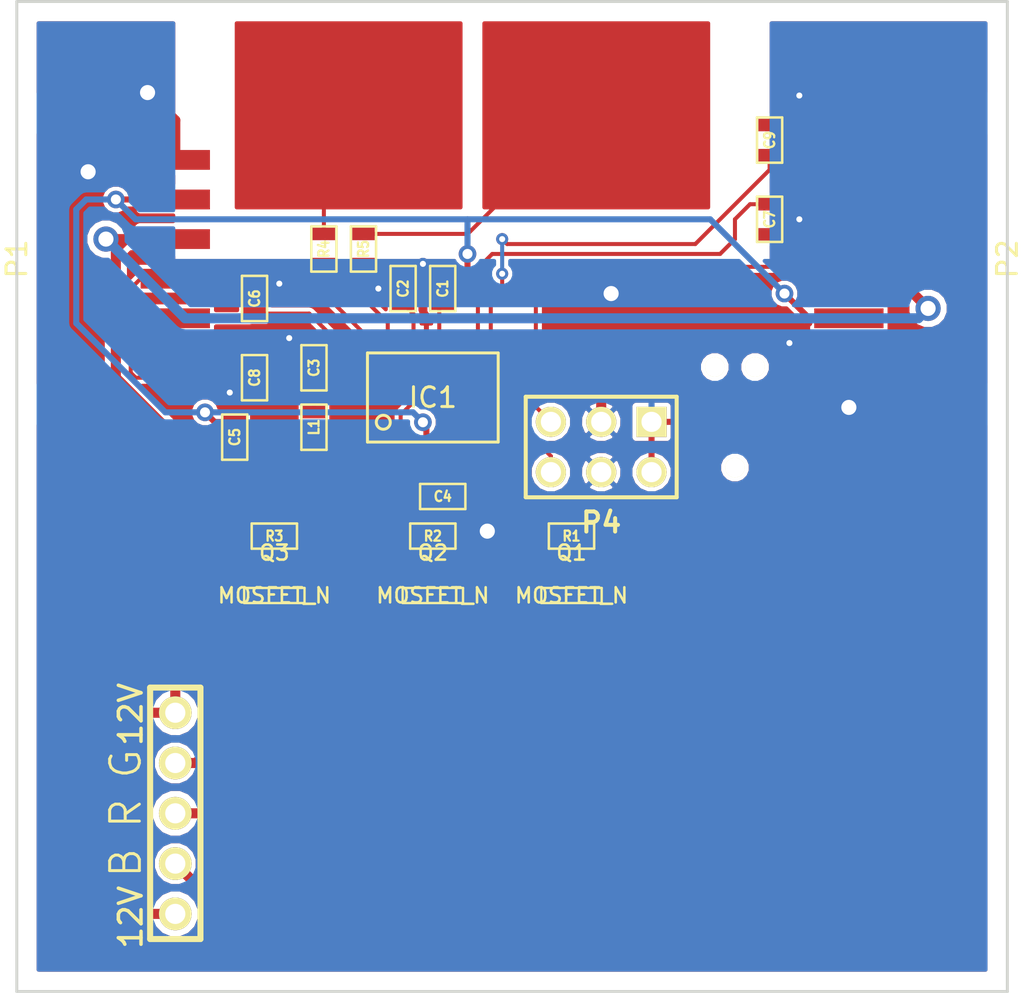
<source format=kicad_pcb>
(kicad_pcb (version 3) (host pcbnew "(2013-mar-13)-testing")

  (general
    (links 63)
    (no_connects 3)
    (area 199.924999 99.924999 250.075001 150.075001)
    (thickness 1.6)
    (drawings 4)
    (tracks 215)
    (zones 0)
    (modules 24)
    (nets 29)
  )

  (page A3)
  (layers
    (15 F.Cu signal)
    (0 B.Cu signal)
    (16 B.Adhes user)
    (17 F.Adhes user)
    (18 B.Paste user)
    (19 F.Paste user)
    (20 B.SilkS user)
    (21 F.SilkS user)
    (22 B.Mask user)
    (23 F.Mask user)
    (24 Dwgs.User user)
    (25 Cmts.User user)
    (26 Eco1.User user)
    (27 Eco2.User user)
    (28 Edge.Cuts user)
  )

  (setup
    (last_trace_width 0.2032)
    (trace_clearance 0.2032)
    (zone_clearance 0.2032)
    (zone_45_only no)
    (trace_min 0.1524)
    (segment_width 0.2)
    (edge_width 0.15)
    (via_size 0.6096)
    (via_drill 0.3048)
    (via_min_size 0.6096)
    (via_min_drill 0.3048)
    (user_via 0.6096 0.3048)
    (uvia_size 0.508)
    (uvia_drill 0.127)
    (uvias_allowed no)
    (uvia_min_size 0.508)
    (uvia_min_drill 0.127)
    (pcb_text_width 0.3)
    (pcb_text_size 1.5 1.5)
    (mod_edge_width 0.15)
    (mod_text_size 1.5 1.5)
    (mod_text_width 0.15)
    (pad_size 0.7874 0.7874)
    (pad_drill 0)
    (pad_to_mask_clearance 0.2)
    (aux_axis_origin 0 0)
    (visible_elements FFFFFF7F)
    (pcbplotparams
      (layerselection 3178497)
      (usegerberextensions true)
      (excludeedgelayer true)
      (linewidth 152400)
      (plotframeref false)
      (viasonmask false)
      (mode 1)
      (useauxorigin false)
      (hpglpennumber 1)
      (hpglpenspeed 20)
      (hpglpendiameter 15)
      (hpglpenoverlay 2)
      (psnegative false)
      (psa4output false)
      (plotreference true)
      (plotvalue true)
      (plotothertext true)
      (plotinvisibletext false)
      (padsonsilk false)
      (subtractmaskfromsilk false)
      (outputformat 1)
      (mirror false)
      (drillshape 1)
      (scaleselection 1)
      (outputdirectory ""))
  )

  (net 0 "")
  (net 1 +12V)
  (net 2 +3.3V)
  (net 3 /BLUE)
  (net 4 /BTN1)
  (net 5 /BTN1C)
  (net 6 /BTN2)
  (net 7 /BTN2C)
  (net 8 /GREEN)
  (net 9 /INCCW1)
  (net 10 /INCCW2)
  (net 11 /INCW1)
  (net 12 /INCW2)
  (net 13 /MOSI)
  (net 14 /OUT)
  (net 15 /PA2)
  (net 16 /PB2)
  (net 17 /PB4)
  (net 18 /RED)
  (net 19 /\RESET)
  (net 20 GND)
  (net 21 N-000001)
  (net 22 N-0000015)
  (net 23 N-0000016)
  (net 24 N-0000017)
  (net 25 N-0000018)
  (net 26 N-0000019)
  (net 27 N-000006)
  (net 28 N-000007)

  (net_class Default "This is the default net class."
    (clearance 0.2032)
    (trace_width 0.2032)
    (via_dia 0.6096)
    (via_drill 0.3048)
    (uvia_dia 0.508)
    (uvia_drill 0.127)
    (add_net "")
    (add_net /BLUE)
    (add_net /BTN1)
    (add_net /BTN1C)
    (add_net /BTN2)
    (add_net /BTN2C)
    (add_net /GREEN)
    (add_net /INCCW1)
    (add_net /INCCW2)
    (add_net /INCW1)
    (add_net /INCW2)
    (add_net /MOSI)
    (add_net /OUT)
    (add_net /PA2)
    (add_net /PB2)
    (add_net /PB4)
    (add_net /RED)
    (add_net /\RESET)
    (add_net N-000001)
    (add_net N-0000015)
    (add_net N-0000016)
    (add_net N-0000017)
    (add_net N-0000018)
    (add_net N-0000019)
    (add_net N-000006)
    (add_net N-000007)
  )

  (net_class hipower ""
    (clearance 0.3048)
    (trace_width 0.508)
    (via_dia 1.27)
    (via_drill 0.762)
    (uvia_dia 0.508)
    (uvia_drill 0.127)
    (add_net +12V)
    (add_net GND)
  )

  (net_class power ""
    (clearance 0.2032)
    (trace_width 0.3048)
    (via_dia 0.889)
    (via_drill 0.508)
    (uvia_dia 0.508)
    (uvia_drill 0.127)
    (add_net +3.3V)
  )

  (module SM0603 (layer F.Cu) (tedit 4E43A3D1) (tstamp 51844EF1)
    (at 221.5 114.5 90)
    (path /512EACDE)
    (attr smd)
    (fp_text reference C1 (at 0 0 90) (layer F.SilkS)
      (effects (font (size 0.508 0.4572) (thickness 0.1143)))
    )
    (fp_text value 0.1uF (at 0 0 90) (layer F.SilkS) hide
      (effects (font (size 0.508 0.4572) (thickness 0.1143)))
    )
    (fp_line (start -1.143 -0.635) (end 1.143 -0.635) (layer F.SilkS) (width 0.127))
    (fp_line (start 1.143 -0.635) (end 1.143 0.635) (layer F.SilkS) (width 0.127))
    (fp_line (start 1.143 0.635) (end -1.143 0.635) (layer F.SilkS) (width 0.127))
    (fp_line (start -1.143 0.635) (end -1.143 -0.635) (layer F.SilkS) (width 0.127))
    (pad 1 smd rect (at -0.762 0 90) (size 0.635 1.143)
      (layers F.Cu F.Paste F.Mask)
      (net 2 +3.3V)
    )
    (pad 2 smd rect (at 0.762 0 90) (size 0.635 1.143)
      (layers F.Cu F.Paste F.Mask)
      (net 20 GND)
    )
    (model smd\resistors\R0603.wrl
      (at (xyz 0 0 0.001))
      (scale (xyz 0.5 0.5 0.5))
      (rotate (xyz 0 0 0))
    )
  )

  (module SM0603 (layer F.Cu) (tedit 4E43A3D1) (tstamp 51844EFB)
    (at 219.5 114.5 90)
    (path /5182572A)
    (attr smd)
    (fp_text reference C2 (at 0 0 90) (layer F.SilkS)
      (effects (font (size 0.508 0.4572) (thickness 0.1143)))
    )
    (fp_text value 0.1uF (at 0 0 90) (layer F.SilkS) hide
      (effects (font (size 0.508 0.4572) (thickness 0.1143)))
    )
    (fp_line (start -1.143 -0.635) (end 1.143 -0.635) (layer F.SilkS) (width 0.127))
    (fp_line (start 1.143 -0.635) (end 1.143 0.635) (layer F.SilkS) (width 0.127))
    (fp_line (start 1.143 0.635) (end -1.143 0.635) (layer F.SilkS) (width 0.127))
    (fp_line (start -1.143 0.635) (end -1.143 -0.635) (layer F.SilkS) (width 0.127))
    (pad 1 smd rect (at -0.762 0 90) (size 0.635 1.143)
      (layers F.Cu F.Paste F.Mask)
      (net 27 N-000006)
    )
    (pad 2 smd rect (at 0.762 0 90) (size 0.635 1.143)
      (layers F.Cu F.Paste F.Mask)
      (net 20 GND)
    )
    (model smd\resistors\R0603.wrl
      (at (xyz 0 0 0.001))
      (scale (xyz 0.5 0.5 0.5))
      (rotate (xyz 0 0 0))
    )
  )

  (module SM0603 (layer F.Cu) (tedit 4E43A3D1) (tstamp 51844F05)
    (at 215 118.5 270)
    (path /51824868)
    (attr smd)
    (fp_text reference C3 (at 0 0 270) (layer F.SilkS)
      (effects (font (size 0.508 0.4572) (thickness 0.1143)))
    )
    (fp_text value 0.1uF (at 0 0 270) (layer F.SilkS) hide
      (effects (font (size 0.508 0.4572) (thickness 0.1143)))
    )
    (fp_line (start -1.143 -0.635) (end 1.143 -0.635) (layer F.SilkS) (width 0.127))
    (fp_line (start 1.143 -0.635) (end 1.143 0.635) (layer F.SilkS) (width 0.127))
    (fp_line (start 1.143 0.635) (end -1.143 0.635) (layer F.SilkS) (width 0.127))
    (fp_line (start -1.143 0.635) (end -1.143 -0.635) (layer F.SilkS) (width 0.127))
    (pad 1 smd rect (at -0.762 0 270) (size 0.635 1.143)
      (layers F.Cu F.Paste F.Mask)
      (net 20 GND)
    )
    (pad 2 smd rect (at 0.762 0 270) (size 0.635 1.143)
      (layers F.Cu F.Paste F.Mask)
      (net 14 /OUT)
    )
    (model smd\resistors\R0603.wrl
      (at (xyz 0 0 0.001))
      (scale (xyz 0.5 0.5 0.5))
      (rotate (xyz 0 0 0))
    )
  )

  (module SM0603 (layer F.Cu) (tedit 4E43A3D1) (tstamp 51844F0F)
    (at 221.5 125 180)
    (path /5183A439)
    (attr smd)
    (fp_text reference C4 (at 0 0 180) (layer F.SilkS)
      (effects (font (size 0.508 0.4572) (thickness 0.1143)))
    )
    (fp_text value 0.1uF (at 0 0 180) (layer F.SilkS) hide
      (effects (font (size 0.508 0.4572) (thickness 0.1143)))
    )
    (fp_line (start -1.143 -0.635) (end 1.143 -0.635) (layer F.SilkS) (width 0.127))
    (fp_line (start 1.143 -0.635) (end 1.143 0.635) (layer F.SilkS) (width 0.127))
    (fp_line (start 1.143 0.635) (end -1.143 0.635) (layer F.SilkS) (width 0.127))
    (fp_line (start -1.143 0.635) (end -1.143 -0.635) (layer F.SilkS) (width 0.127))
    (pad 1 smd rect (at -0.762 0 180) (size 0.635 1.143)
      (layers F.Cu F.Paste F.Mask)
      (net 20 GND)
    )
    (pad 2 smd rect (at 0.762 0 180) (size 0.635 1.143)
      (layers F.Cu F.Paste F.Mask)
      (net 2 +3.3V)
    )
    (model smd\resistors\R0603.wrl
      (at (xyz 0 0 0.001))
      (scale (xyz 0.5 0.5 0.5))
      (rotate (xyz 0 0 0))
    )
  )

  (module SM0603 (layer F.Cu) (tedit 4E43A3D1) (tstamp 5187004D)
    (at 211 122 270)
    (path /5183A2F9)
    (attr smd)
    (fp_text reference C5 (at 0 0 270) (layer F.SilkS)
      (effects (font (size 0.508 0.4572) (thickness 0.1143)))
    )
    (fp_text value 2.2uF (at 0 0 270) (layer F.SilkS) hide
      (effects (font (size 0.508 0.4572) (thickness 0.1143)))
    )
    (fp_line (start -1.143 -0.635) (end 1.143 -0.635) (layer F.SilkS) (width 0.127))
    (fp_line (start 1.143 -0.635) (end 1.143 0.635) (layer F.SilkS) (width 0.127))
    (fp_line (start 1.143 0.635) (end -1.143 0.635) (layer F.SilkS) (width 0.127))
    (fp_line (start -1.143 0.635) (end -1.143 -0.635) (layer F.SilkS) (width 0.127))
    (pad 1 smd rect (at -0.762 0 270) (size 0.635 1.143)
      (layers F.Cu F.Paste F.Mask)
      (net 2 +3.3V)
    )
    (pad 2 smd rect (at 0.762 0 270) (size 0.635 1.143)
      (layers F.Cu F.Paste F.Mask)
      (net 20 GND)
    )
    (model smd\resistors\R0603.wrl
      (at (xyz 0 0 0.001))
      (scale (xyz 0.5 0.5 0.5))
      (rotate (xyz 0 0 0))
    )
  )

  (module SM0603 (layer F.Cu) (tedit 4E43A3D1) (tstamp 51844F23)
    (at 212 115 90)
    (path /518394DB)
    (attr smd)
    (fp_text reference C6 (at 0 0 90) (layer F.SilkS)
      (effects (font (size 0.508 0.4572) (thickness 0.1143)))
    )
    (fp_text value 0.1uF (at 0 0 90) (layer F.SilkS) hide
      (effects (font (size 0.508 0.4572) (thickness 0.1143)))
    )
    (fp_line (start -1.143 -0.635) (end 1.143 -0.635) (layer F.SilkS) (width 0.127))
    (fp_line (start 1.143 -0.635) (end 1.143 0.635) (layer F.SilkS) (width 0.127))
    (fp_line (start 1.143 0.635) (end -1.143 0.635) (layer F.SilkS) (width 0.127))
    (fp_line (start -1.143 0.635) (end -1.143 -0.635) (layer F.SilkS) (width 0.127))
    (pad 1 smd rect (at -0.762 0 90) (size 0.635 1.143)
      (layers F.Cu F.Paste F.Mask)
      (net 11 /INCW1)
    )
    (pad 2 smd rect (at 0.762 0 90) (size 0.635 1.143)
      (layers F.Cu F.Paste F.Mask)
      (net 20 GND)
    )
    (model smd\resistors\R0603.wrl
      (at (xyz 0 0 0.001))
      (scale (xyz 0.5 0.5 0.5))
      (rotate (xyz 0 0 0))
    )
  )

  (module SM0603 (layer F.Cu) (tedit 4E43A3D1) (tstamp 51844F2D)
    (at 238 111 270)
    (path /51839619)
    (attr smd)
    (fp_text reference C7 (at 0 0 270) (layer F.SilkS)
      (effects (font (size 0.508 0.4572) (thickness 0.1143)))
    )
    (fp_text value 0.1uF (at 0 0 270) (layer F.SilkS) hide
      (effects (font (size 0.508 0.4572) (thickness 0.1143)))
    )
    (fp_line (start -1.143 -0.635) (end 1.143 -0.635) (layer F.SilkS) (width 0.127))
    (fp_line (start 1.143 -0.635) (end 1.143 0.635) (layer F.SilkS) (width 0.127))
    (fp_line (start 1.143 0.635) (end -1.143 0.635) (layer F.SilkS) (width 0.127))
    (fp_line (start -1.143 0.635) (end -1.143 -0.635) (layer F.SilkS) (width 0.127))
    (pad 1 smd rect (at -0.762 0 270) (size 0.635 1.143)
      (layers F.Cu F.Paste F.Mask)
      (net 12 /INCW2)
    )
    (pad 2 smd rect (at 0.762 0 270) (size 0.635 1.143)
      (layers F.Cu F.Paste F.Mask)
      (net 20 GND)
    )
    (model smd\resistors\R0603.wrl
      (at (xyz 0 0 0.001))
      (scale (xyz 0.5 0.5 0.5))
      (rotate (xyz 0 0 0))
    )
  )

  (module SM0603 (layer F.Cu) (tedit 4E43A3D1) (tstamp 51844F37)
    (at 212 119 270)
    (path /51839572)
    (attr smd)
    (fp_text reference C8 (at 0 0 270) (layer F.SilkS)
      (effects (font (size 0.508 0.4572) (thickness 0.1143)))
    )
    (fp_text value 0.1uF (at 0 0 270) (layer F.SilkS) hide
      (effects (font (size 0.508 0.4572) (thickness 0.1143)))
    )
    (fp_line (start -1.143 -0.635) (end 1.143 -0.635) (layer F.SilkS) (width 0.127))
    (fp_line (start 1.143 -0.635) (end 1.143 0.635) (layer F.SilkS) (width 0.127))
    (fp_line (start 1.143 0.635) (end -1.143 0.635) (layer F.SilkS) (width 0.127))
    (fp_line (start -1.143 0.635) (end -1.143 -0.635) (layer F.SilkS) (width 0.127))
    (pad 1 smd rect (at -0.762 0 270) (size 0.635 1.143)
      (layers F.Cu F.Paste F.Mask)
      (net 9 /INCCW1)
    )
    (pad 2 smd rect (at 0.762 0 270) (size 0.635 1.143)
      (layers F.Cu F.Paste F.Mask)
      (net 20 GND)
    )
    (model smd\resistors\R0603.wrl
      (at (xyz 0 0 0.001))
      (scale (xyz 0.5 0.5 0.5))
      (rotate (xyz 0 0 0))
    )
  )

  (module SM0603 (layer F.Cu) (tedit 4E43A3D1) (tstamp 51844F41)
    (at 238 107 90)
    (path /518396B3)
    (attr smd)
    (fp_text reference C9 (at 0 0 90) (layer F.SilkS)
      (effects (font (size 0.508 0.4572) (thickness 0.1143)))
    )
    (fp_text value 0.1uF (at 0 0 90) (layer F.SilkS) hide
      (effects (font (size 0.508 0.4572) (thickness 0.1143)))
    )
    (fp_line (start -1.143 -0.635) (end 1.143 -0.635) (layer F.SilkS) (width 0.127))
    (fp_line (start 1.143 -0.635) (end 1.143 0.635) (layer F.SilkS) (width 0.127))
    (fp_line (start 1.143 0.635) (end -1.143 0.635) (layer F.SilkS) (width 0.127))
    (fp_line (start -1.143 0.635) (end -1.143 -0.635) (layer F.SilkS) (width 0.127))
    (pad 1 smd rect (at -0.762 0 90) (size 0.635 1.143)
      (layers F.Cu F.Paste F.Mask)
      (net 10 /INCCW2)
    )
    (pad 2 smd rect (at 0.762 0 90) (size 0.635 1.143)
      (layers F.Cu F.Paste F.Mask)
      (net 20 GND)
    )
    (model smd\resistors\R0603.wrl
      (at (xyz 0 0 0.001))
      (scale (xyz 0.5 0.5 0.5))
      (rotate (xyz 0 0 0))
    )
  )

  (module TSSOP20-4.5MM (layer F.Cu) (tedit 5186B8BE) (tstamp 51844F5E)
    (at 221 120)
    (path /512EAC83)
    (fp_text reference IC1 (at 0 0) (layer F.SilkS)
      (effects (font (size 1 1) (thickness 0.15)))
    )
    (fp_text value ATTINY861A-S (at 0 4.5) (layer F.SilkS) hide
      (effects (font (size 1 1) (thickness 0.15)))
    )
    (fp_circle (center -2.5 1.25) (end -2.25 1) (layer F.SilkS) (width 0.15))
    (fp_line (start 3.3 -2.25) (end 3.3 2.25) (layer F.SilkS) (width 0.15))
    (fp_line (start 3.3 2.25) (end -3.3 2.25) (layer F.SilkS) (width 0.15))
    (fp_line (start -3.3 2.25) (end -3.3 -2.25) (layer F.SilkS) (width 0.15))
    (fp_line (start -3.3 -2.25) (end 3.3 -2.25) (layer F.SilkS) (width 0.15))
    (pad 1 smd rect (at -2.925 2.68) (size 0.4 1.5)
      (layers F.Cu F.Paste F.Mask)
      (net 13 /MOSI)
      (clearance 0.125)
    )
    (pad 2 smd rect (at -2.275 2.68) (size 0.4 1.5)
      (layers F.Cu F.Paste F.Mask)
      (net 3 /BLUE)
      (clearance 0.125)
    )
    (pad 3 smd rect (at -1.625 2.68) (size 0.4 1.5)
      (layers F.Cu F.Paste F.Mask)
      (net 16 /PB2)
      (clearance 0.125)
    )
    (pad 4 smd rect (at -0.975 2.68) (size 0.4 1.5)
      (layers F.Cu F.Paste F.Mask)
      (net 8 /GREEN)
      (clearance 0.125)
    )
    (pad 5 smd rect (at -0.325 2.68) (size 0.4 1.5)
      (layers F.Cu F.Paste F.Mask)
      (net 2 +3.3V)
      (clearance 0.125)
    )
    (pad 6 smd rect (at 0.325 2.68) (size 0.4 1.5)
      (layers F.Cu F.Paste F.Mask)
      (net 20 GND)
      (clearance 0.125)
    )
    (pad 7 smd rect (at 0.975 2.68) (size 0.4 1.5)
      (layers F.Cu F.Paste F.Mask)
      (net 17 /PB4)
      (clearance 0.125)
    )
    (pad 8 smd rect (at 1.625 2.68) (size 0.4 1.5)
      (layers F.Cu F.Paste F.Mask)
      (net 18 /RED)
      (clearance 0.125)
    )
    (pad 9 smd rect (at 2.275 2.68) (size 0.4 1.5)
      (layers F.Cu F.Paste F.Mask)
      (net 28 N-000007)
      (clearance 0.125)
    )
    (pad 10 smd rect (at 2.925 2.68) (size 0.4 1.5)
      (layers F.Cu F.Paste F.Mask)
      (net 19 /\RESET)
      (clearance 0.125)
    )
    (pad 11 smd rect (at 2.925 -2.68) (size 0.4 1.5)
      (layers F.Cu F.Paste F.Mask)
      (net 10 /INCCW2)
      (clearance 0.125)
    )
    (pad 12 smd rect (at 2.275 -2.68) (size 0.4 1.5)
      (layers F.Cu F.Paste F.Mask)
      (net 12 /INCW2)
      (clearance 0.125)
    )
    (pad 13 smd rect (at 1.625 -2.68) (size 0.4 1.5)
      (layers F.Cu F.Paste F.Mask)
      (net 9 /INCCW1)
      (clearance 0.125)
    )
    (pad 14 smd rect (at 0.975 -2.68) (size 0.4 1.5)
      (layers F.Cu F.Paste F.Mask)
      (net 11 /INCW1)
      (clearance 0.125)
    )
    (pad 15 smd rect (at 0.325 -2.68) (size 0.4 1.5)
      (layers F.Cu F.Paste F.Mask)
      (net 2 +3.3V)
      (clearance 0.125)
    )
    (pad 16 smd rect (at -0.325 -2.68) (size 0.4 1.5)
      (layers F.Cu F.Paste F.Mask)
      (net 20 GND)
      (clearance 0.125)
    )
    (pad 17 smd rect (at -0.975 -2.68) (size 0.4 1.5)
      (layers F.Cu F.Paste F.Mask)
      (net 27 N-000006)
      (clearance 0.125)
    )
    (pad 18 smd rect (at -1.625 -2.68) (size 0.4 1.5)
      (layers F.Cu F.Paste F.Mask)
      (net 15 /PA2)
      (clearance 0.125)
    )
    (pad 19 smd rect (at -2.275 -2.68) (size 0.4 1.5)
      (layers F.Cu F.Paste F.Mask)
      (net 6 /BTN2)
      (clearance 0.125)
    )
    (pad 20 smd rect (at -2.925 -2.68) (size 0.4 1.5)
      (layers F.Cu F.Paste F.Mask)
      (net 4 /BTN1)
      (clearance 0.125)
    )
  )

  (module SM0603 (layer F.Cu) (tedit 4E43A3D1) (tstamp 51844F68)
    (at 215 121.5 90)
    (path /51824829)
    (attr smd)
    (fp_text reference L1 (at 0 0 90) (layer F.SilkS)
      (effects (font (size 0.508 0.4572) (thickness 0.1143)))
    )
    (fp_text value INDUCTOR (at 0 0 90) (layer F.SilkS) hide
      (effects (font (size 0.508 0.4572) (thickness 0.1143)))
    )
    (fp_line (start -1.143 -0.635) (end 1.143 -0.635) (layer F.SilkS) (width 0.127))
    (fp_line (start 1.143 -0.635) (end 1.143 0.635) (layer F.SilkS) (width 0.127))
    (fp_line (start 1.143 0.635) (end -1.143 0.635) (layer F.SilkS) (width 0.127))
    (fp_line (start -1.143 0.635) (end -1.143 -0.635) (layer F.SilkS) (width 0.127))
    (pad 1 smd rect (at -0.762 0 90) (size 0.635 1.143)
      (layers F.Cu F.Paste F.Mask)
      (net 13 /MOSI)
    )
    (pad 2 smd rect (at 0.762 0 90) (size 0.635 1.143)
      (layers F.Cu F.Paste F.Mask)
      (net 14 /OUT)
    )
    (model smd\resistors\R0603.wrl
      (at (xyz 0 0 0.001))
      (scale (xyz 0.5 0.5 0.5))
      (rotate (xyz 0 0 0))
    )
  )

  (module JST-PH-6 (layer F.Cu) (tedit 5180E207) (tstamp 51844F74)
    (at 208 113 90)
    (path /512EAE4C)
    (fp_text reference P1 (at 0 -8 90) (layer F.SilkS)
      (effects (font (size 1 1) (thickness 0.15)))
    )
    (fp_text value CONN_6 (at 0 3 90) (layer F.SilkS) hide
      (effects (font (size 1 1) (thickness 0.15)))
    )
    (pad 4 smd rect (at -1 0 90) (size 1 3.5)
      (layers F.Cu F.Paste F.Mask)
      (net 14 /OUT)
    )
    (pad 3 smd rect (at 1 0 90) (size 1 3.5)
      (layers F.Cu F.Paste F.Mask)
      (net 1 +12V)
    )
    (pad 7 smd rect (at -7.35 -5.05 90) (size 1.6 3.4)
      (layers F.Cu F.Paste F.Mask)
    )
    (pad 7 smd rect (at 7.35 -5.05 90) (size 1.6 3.4)
      (layers F.Cu F.Paste F.Mask)
    )
    (pad 2 smd rect (at 3 0 90) (size 1 3.5)
      (layers F.Cu F.Paste F.Mask)
      (net 2 +3.3V)
    )
    (pad 1 smd rect (at 5 0 90) (size 1 3.5)
      (layers F.Cu F.Paste F.Mask)
      (net 20 GND)
    )
    (pad 5 smd rect (at -3 0 90) (size 1 3.5)
      (layers F.Cu F.Paste F.Mask)
      (net 11 /INCW1)
    )
    (pad 6 smd rect (at -5 0 90) (size 1 3.5)
      (layers F.Cu F.Paste F.Mask)
      (net 9 /INCCW1)
    )
  )

  (module JST-PH-6 (layer F.Cu) (tedit 5180E207) (tstamp 51844F80)
    (at 242 113 270)
    (path /512EAF83)
    (fp_text reference P2 (at 0 -8 270) (layer F.SilkS)
      (effects (font (size 1 1) (thickness 0.15)))
    )
    (fp_text value CONN_6 (at 0 3 270) (layer F.SilkS) hide
      (effects (font (size 1 1) (thickness 0.15)))
    )
    (pad 4 smd rect (at -1 0 270) (size 1 3.5)
      (layers F.Cu F.Paste F.Mask)
      (net 14 /OUT)
    )
    (pad 3 smd rect (at 1 0 270) (size 1 3.5)
      (layers F.Cu F.Paste F.Mask)
      (net 1 +12V)
    )
    (pad 7 smd rect (at -7.35 -5.05 270) (size 1.6 3.4)
      (layers F.Cu F.Paste F.Mask)
    )
    (pad 7 smd rect (at 7.35 -5.05 270) (size 1.6 3.4)
      (layers F.Cu F.Paste F.Mask)
    )
    (pad 2 smd rect (at 3 0 270) (size 1 3.5)
      (layers F.Cu F.Paste F.Mask)
      (net 2 +3.3V)
    )
    (pad 1 smd rect (at 5 0 270) (size 1 3.5)
      (layers F.Cu F.Paste F.Mask)
      (net 20 GND)
    )
    (pad 5 smd rect (at -3 0 270) (size 1 3.5)
      (layers F.Cu F.Paste F.Mask)
      (net 12 /INCW2)
    )
    (pad 6 smd rect (at -5 0 270) (size 1 3.5)
      (layers F.Cu F.Paste F.Mask)
      (net 10 /INCCW2)
    )
  )

  (module RGBSTRIP (layer F.Cu) (tedit 51844DD4) (tstamp 51844F95)
    (at 208 141 90)
    (descr "Double rangee de contacts 2 x 5 pins")
    (tags CONN)
    (path /5183E9CC)
    (fp_text reference P3 (at 0 -4.5 90) (layer F.SilkS) hide
      (effects (font (size 1.016 1.016) (thickness 0.2032)))
    )
    (fp_text value CONN_5 (at 5.75 -4.5 90) (layer F.SilkS) hide
      (effects (font (size 1.016 1.016) (thickness 0.2032)))
    )
    (fp_text user G (at 2.5 -2.5 90) (layer F.SilkS)
      (effects (font (size 1.5 1.5) (thickness 0.15)))
    )
    (fp_text user R (at 0 -2.5 90) (layer F.SilkS)
      (effects (font (size 1.5 1.5) (thickness 0.15)))
    )
    (fp_text user B (at -2.5 -2.5 90) (layer F.SilkS)
      (effects (font (size 1.5 1.5) (thickness 0.15)))
    )
    (fp_text user 12V (at -5.25 -2.25 90) (layer F.SilkS)
      (effects (font (size 1.143 1.143) (thickness 0.1778)))
    )
    (fp_text user 12V (at 5 -2.25 90) (layer F.SilkS)
      (effects (font (size 1.143 1.143) (thickness 0.1778)))
    )
    (fp_line (start -6.35 -1.27) (end -6.35 1.27) (layer F.SilkS) (width 0.3048))
    (fp_line (start 6.35 1.27) (end 6.35 -1.27) (layer F.SilkS) (width 0.3048))
    (fp_line (start -6.35 -1.27) (end 6.35 -1.27) (layer F.SilkS) (width 0.3048))
    (fp_line (start 6.35 1.27) (end -6.35 1.27) (layer F.SilkS) (width 0.3048))
    (pad 1 thru_hole circle (at -5.08 0 90) (size 1.651 1.651) (drill 1.016)
      (layers *.Cu *.Mask F.SilkS)
      (net 1 +12V)
    )
    (pad 2 thru_hole circle (at -2.54 0 90) (size 1.651 1.651) (drill 1.016)
      (layers *.Cu *.Mask F.SilkS)
      (net 21 N-000001)
    )
    (pad 3 thru_hole circle (at 0 0 90) (size 1.651 1.651) (drill 1.016)
      (layers *.Cu *.Mask F.SilkS)
      (net 25 N-0000018)
    )
    (pad 4 thru_hole circle (at 2.54 0 90) (size 1.651 1.651) (drill 1.016)
      (layers *.Cu *.Mask F.SilkS)
      (net 26 N-0000019)
    )
    (pad 5 thru_hole circle (at 5.08 0 90) (size 1.651 1.651) (drill 1.016)
      (layers *.Cu *.Mask F.SilkS)
      (net 1 +12V)
    )
    (pad 2 smd rect (at -5.25 5 90) (size 4 6)
      (layers F.Cu F.Paste F.Mask)
      (net 21 N-000001)
    )
    (pad 3 smd rect (at 0 5 90) (size 4 6)
      (layers F.Cu F.Paste F.Mask)
      (net 25 N-0000018)
    )
    (pad 4 smd rect (at 5.25 5 90) (size 4 6)
      (layers F.Cu F.Paste F.Mask)
      (net 26 N-0000019)
    )
    (model pin_array/pins_array_5x1.wrl
      (at (xyz 0 0 0))
      (scale (xyz 1 1 1))
      (rotate (xyz 0 0 0))
    )
  )

  (module pin_array_3x2 (layer F.Cu) (tedit 42931587) (tstamp 51844FA3)
    (at 229.5 122.5 180)
    (descr "Double rangee de contacts 2 x 4 pins")
    (tags CONN)
    (path /5183B305)
    (fp_text reference P4 (at 0 -3.81 180) (layer F.SilkS)
      (effects (font (size 1.016 1.016) (thickness 0.2032)))
    )
    (fp_text value CONN_6 (at 0 3.81 180) (layer F.SilkS) hide
      (effects (font (size 1.016 1.016) (thickness 0.2032)))
    )
    (fp_line (start 3.81 2.54) (end -3.81 2.54) (layer F.SilkS) (width 0.2032))
    (fp_line (start -3.81 -2.54) (end 3.81 -2.54) (layer F.SilkS) (width 0.2032))
    (fp_line (start 3.81 -2.54) (end 3.81 2.54) (layer F.SilkS) (width 0.2032))
    (fp_line (start -3.81 2.54) (end -3.81 -2.54) (layer F.SilkS) (width 0.2032))
    (pad 1 thru_hole rect (at -2.54 1.27 180) (size 1.524 1.524) (drill 1.016)
      (layers *.Cu *.Mask F.SilkS)
      (net 2 +3.3V)
    )
    (pad 2 thru_hole circle (at -2.54 -1.27 180) (size 1.524 1.524) (drill 1.016)
      (layers *.Cu *.Mask F.SilkS)
      (net 2 +3.3V)
    )
    (pad 3 thru_hole circle (at 0 1.27 180) (size 1.524 1.524) (drill 1.016)
      (layers *.Cu *.Mask F.SilkS)
      (net 20 GND)
    )
    (pad 4 thru_hole circle (at 0 -1.27 180) (size 1.524 1.524) (drill 1.016)
      (layers *.Cu *.Mask F.SilkS)
      (net 20 GND)
    )
    (pad 5 thru_hole circle (at 2.54 1.27 180) (size 1.524 1.524) (drill 1.016)
      (layers *.Cu *.Mask F.SilkS)
      (net 16 /PB2)
    )
    (pad 6 thru_hole circle (at 2.54 -1.27 180) (size 1.524 1.524) (drill 1.016)
      (layers *.Cu *.Mask F.SilkS)
      (net 17 /PB4)
    )
    (model pin_array/pins_array_3x2.wrl
      (at (xyz 0 0 0))
      (scale (xyz 1 1 1))
      (rotate (xyz 0 0 0))
    )
  )

  (module SOT23GDS (layer F.Cu) (tedit 50911E03) (tstamp 51844FAE)
    (at 228 130)
    (descr "Module CMS SOT23 Transistore EBC")
    (tags "CMS SOT")
    (path /512EB18E)
    (attr smd)
    (fp_text reference Q1 (at 0 -2.159) (layer F.SilkS)
      (effects (font (size 0.762 0.762) (thickness 0.12954)))
    )
    (fp_text value MOSFET_N (at 0 0) (layer F.SilkS)
      (effects (font (size 0.762 0.762) (thickness 0.12954)))
    )
    (fp_line (start -1.524 -0.381) (end 1.524 -0.381) (layer F.SilkS) (width 0.11938))
    (fp_line (start 1.524 -0.381) (end 1.524 0.381) (layer F.SilkS) (width 0.11938))
    (fp_line (start 1.524 0.381) (end -1.524 0.381) (layer F.SilkS) (width 0.11938))
    (fp_line (start -1.524 0.381) (end -1.524 -0.381) (layer F.SilkS) (width 0.11938))
    (pad S smd rect (at -0.889 -1.016) (size 0.9144 0.9144)
      (layers F.Cu F.Paste F.Mask)
      (net 20 GND)
    )
    (pad G smd rect (at 0.889 -1.016) (size 0.9144 0.9144)
      (layers F.Cu F.Paste F.Mask)
      (net 22 N-0000015)
    )
    (pad D smd rect (at 0 1.016) (size 0.9144 0.9144)
      (layers F.Cu F.Paste F.Mask)
      (net 21 N-000001)
    )
    (model smd/cms_sot23.wrl
      (at (xyz 0 0 0))
      (scale (xyz 0.13 0.15 0.15))
      (rotate (xyz 0 0 0))
    )
  )

  (module SOT23GDS (layer F.Cu) (tedit 50911E03) (tstamp 51844FB9)
    (at 221 130)
    (descr "Module CMS SOT23 Transistore EBC")
    (tags "CMS SOT")
    (path /512EB25F)
    (attr smd)
    (fp_text reference Q2 (at 0 -2.159) (layer F.SilkS)
      (effects (font (size 0.762 0.762) (thickness 0.12954)))
    )
    (fp_text value MOSFET_N (at 0 0) (layer F.SilkS)
      (effects (font (size 0.762 0.762) (thickness 0.12954)))
    )
    (fp_line (start -1.524 -0.381) (end 1.524 -0.381) (layer F.SilkS) (width 0.11938))
    (fp_line (start 1.524 -0.381) (end 1.524 0.381) (layer F.SilkS) (width 0.11938))
    (fp_line (start 1.524 0.381) (end -1.524 0.381) (layer F.SilkS) (width 0.11938))
    (fp_line (start -1.524 0.381) (end -1.524 -0.381) (layer F.SilkS) (width 0.11938))
    (pad S smd rect (at -0.889 -1.016) (size 0.9144 0.9144)
      (layers F.Cu F.Paste F.Mask)
      (net 20 GND)
    )
    (pad G smd rect (at 0.889 -1.016) (size 0.9144 0.9144)
      (layers F.Cu F.Paste F.Mask)
      (net 23 N-0000016)
    )
    (pad D smd rect (at 0 1.016) (size 0.9144 0.9144)
      (layers F.Cu F.Paste F.Mask)
      (net 25 N-0000018)
    )
    (model smd/cms_sot23.wrl
      (at (xyz 0 0 0))
      (scale (xyz 0.13 0.15 0.15))
      (rotate (xyz 0 0 0))
    )
  )

  (module SOT23GDS (layer F.Cu) (tedit 50911E03) (tstamp 51844FC4)
    (at 213 130)
    (descr "Module CMS SOT23 Transistore EBC")
    (tags "CMS SOT")
    (path /512EB26E)
    (attr smd)
    (fp_text reference Q3 (at 0 -2.159) (layer F.SilkS)
      (effects (font (size 0.762 0.762) (thickness 0.12954)))
    )
    (fp_text value MOSFET_N (at 0 0) (layer F.SilkS)
      (effects (font (size 0.762 0.762) (thickness 0.12954)))
    )
    (fp_line (start -1.524 -0.381) (end 1.524 -0.381) (layer F.SilkS) (width 0.11938))
    (fp_line (start 1.524 -0.381) (end 1.524 0.381) (layer F.SilkS) (width 0.11938))
    (fp_line (start 1.524 0.381) (end -1.524 0.381) (layer F.SilkS) (width 0.11938))
    (fp_line (start -1.524 0.381) (end -1.524 -0.381) (layer F.SilkS) (width 0.11938))
    (pad S smd rect (at -0.889 -1.016) (size 0.9144 0.9144)
      (layers F.Cu F.Paste F.Mask)
      (net 20 GND)
    )
    (pad G smd rect (at 0.889 -1.016) (size 0.9144 0.9144)
      (layers F.Cu F.Paste F.Mask)
      (net 24 N-0000017)
    )
    (pad D smd rect (at 0 1.016) (size 0.9144 0.9144)
      (layers F.Cu F.Paste F.Mask)
      (net 26 N-0000019)
    )
    (model smd/cms_sot23.wrl
      (at (xyz 0 0 0))
      (scale (xyz 0.13 0.15 0.15))
      (rotate (xyz 0 0 0))
    )
  )

  (module SM0603 (layer F.Cu) (tedit 4E43A3D1) (tstamp 51844FCE)
    (at 228 127)
    (path /518257B7)
    (attr smd)
    (fp_text reference R1 (at 0 0) (layer F.SilkS)
      (effects (font (size 0.508 0.4572) (thickness 0.1143)))
    )
    (fp_text value 22R (at 0 0) (layer F.SilkS) hide
      (effects (font (size 0.508 0.4572) (thickness 0.1143)))
    )
    (fp_line (start -1.143 -0.635) (end 1.143 -0.635) (layer F.SilkS) (width 0.127))
    (fp_line (start 1.143 -0.635) (end 1.143 0.635) (layer F.SilkS) (width 0.127))
    (fp_line (start 1.143 0.635) (end -1.143 0.635) (layer F.SilkS) (width 0.127))
    (fp_line (start -1.143 0.635) (end -1.143 -0.635) (layer F.SilkS) (width 0.127))
    (pad 1 smd rect (at -0.762 0) (size 0.635 1.143)
      (layers F.Cu F.Paste F.Mask)
      (net 18 /RED)
    )
    (pad 2 smd rect (at 0.762 0) (size 0.635 1.143)
      (layers F.Cu F.Paste F.Mask)
      (net 22 N-0000015)
    )
    (model smd\resistors\R0603.wrl
      (at (xyz 0 0 0.001))
      (scale (xyz 0.5 0.5 0.5))
      (rotate (xyz 0 0 0))
    )
  )

  (module SM0603 (layer F.Cu) (tedit 4E43A3D1) (tstamp 51844FD8)
    (at 221 127)
    (path /51826468)
    (attr smd)
    (fp_text reference R2 (at 0 0) (layer F.SilkS)
      (effects (font (size 0.508 0.4572) (thickness 0.1143)))
    )
    (fp_text value 22R (at 0 0) (layer F.SilkS) hide
      (effects (font (size 0.508 0.4572) (thickness 0.1143)))
    )
    (fp_line (start -1.143 -0.635) (end 1.143 -0.635) (layer F.SilkS) (width 0.127))
    (fp_line (start 1.143 -0.635) (end 1.143 0.635) (layer F.SilkS) (width 0.127))
    (fp_line (start 1.143 0.635) (end -1.143 0.635) (layer F.SilkS) (width 0.127))
    (fp_line (start -1.143 0.635) (end -1.143 -0.635) (layer F.SilkS) (width 0.127))
    (pad 1 smd rect (at -0.762 0) (size 0.635 1.143)
      (layers F.Cu F.Paste F.Mask)
      (net 8 /GREEN)
    )
    (pad 2 smd rect (at 0.762 0) (size 0.635 1.143)
      (layers F.Cu F.Paste F.Mask)
      (net 23 N-0000016)
    )
    (model smd\resistors\R0603.wrl
      (at (xyz 0 0 0.001))
      (scale (xyz 0.5 0.5 0.5))
      (rotate (xyz 0 0 0))
    )
  )

  (module SM0603 (layer F.Cu) (tedit 4E43A3D1) (tstamp 51844FE2)
    (at 213 127)
    (path /51826529)
    (attr smd)
    (fp_text reference R3 (at 0 0) (layer F.SilkS)
      (effects (font (size 0.508 0.4572) (thickness 0.1143)))
    )
    (fp_text value 22R (at 0 0) (layer F.SilkS) hide
      (effects (font (size 0.508 0.4572) (thickness 0.1143)))
    )
    (fp_line (start -1.143 -0.635) (end 1.143 -0.635) (layer F.SilkS) (width 0.127))
    (fp_line (start 1.143 -0.635) (end 1.143 0.635) (layer F.SilkS) (width 0.127))
    (fp_line (start 1.143 0.635) (end -1.143 0.635) (layer F.SilkS) (width 0.127))
    (fp_line (start -1.143 0.635) (end -1.143 -0.635) (layer F.SilkS) (width 0.127))
    (pad 1 smd rect (at -0.762 0) (size 0.635 1.143)
      (layers F.Cu F.Paste F.Mask)
      (net 3 /BLUE)
    )
    (pad 2 smd rect (at 0.762 0) (size 0.635 1.143)
      (layers F.Cu F.Paste F.Mask)
      (net 24 N-0000017)
    )
    (model smd\resistors\R0603.wrl
      (at (xyz 0 0 0.001))
      (scale (xyz 0.5 0.5 0.5))
      (rotate (xyz 0 0 0))
    )
  )

  (module TC2030-MCP-NL (layer F.Cu) (tedit 51882C77) (tstamp 5185256B)
    (at 236.25 121 90)
    (descr http://www.tag-connect.com/Materials/TC2030-MCP-NL%20PCB%20Footprint.pdf)
    (path /518508ED)
    (fp_text reference P5 (at 0 -4.064 90) (layer F.SilkS) hide
      (effects (font (thickness 0.3048)))
    )
    (fp_text value CONN_3X2 (at 0 3.048 90) (layer F.SilkS) hide
      (effects (font (thickness 0.3048)))
    )
    (pad 1 smd circle (at -1.27 0.635 90) (size 0.7874 0.7874)
      (layers F.Cu F.Paste F.Mask)
      (net 3 /BLUE)
      (clearance 0.25)
    )
    (pad 2 smd circle (at -1.27 -0.635 90) (size 0.7874 0.7874)
      (layers F.Cu F.Paste F.Mask)
      (net 2 +3.3V)
      (clearance 0.25)
    )
    (pad 3 smd circle (at 0 0.635 90) (size 0.7874 0.7874)
      (layers F.Cu F.Paste F.Mask)
      (net 16 /PB2)
      (clearance 0.25)
    )
    (pad 4 smd circle (at 0 -0.635 90) (size 0.7874 0.7874)
      (layers F.Cu F.Paste F.Mask)
      (net 13 /MOSI)
      (clearance 0.25)
    )
    (pad 5 smd circle (at 1.27 0.635 90) (size 0.7874 0.7874)
      (layers F.Cu F.Paste F.Mask)
      (net 19 /\RESET)
      (clearance 0.25)
    )
    (pad 6 smd circle (at 1.27 -0.635 90) (size 0.7874 0.7874)
      (layers F.Cu F.Paste F.Mask)
      (net 20 GND)
      (clearance 0.25)
    )
    (pad "" np_thru_hole circle (at -2.54 0 90) (size 0.9906 0.9906) (drill 0.9906)
      (layers *.Cu *.Mask F.SilkS)
    )
    (pad "" np_thru_hole circle (at 2.54 -1.016 90) (size 0.9906 0.9906) (drill 0.9906)
      (layers *.Cu *.Mask F.SilkS)
    )
    (pad "" np_thru_hole circle (at 2.54 1.016 90) (size 0.9906 0.9906) (drill 0.9906)
      (layers *.Cu *.Mask F.SilkS)
    )
  )

  (module SM0603 (layer F.Cu) (tedit 4E43A3D1) (tstamp 51868ECB)
    (at 215.5 112.5 90)
    (path /518680A4)
    (attr smd)
    (fp_text reference R4 (at 0 0 90) (layer F.SilkS)
      (effects (font (size 0.508 0.4572) (thickness 0.1143)))
    )
    (fp_text value 10K (at 0 0 90) (layer F.SilkS) hide
      (effects (font (size 0.508 0.4572) (thickness 0.1143)))
    )
    (fp_line (start -1.143 -0.635) (end 1.143 -0.635) (layer F.SilkS) (width 0.127))
    (fp_line (start 1.143 -0.635) (end 1.143 0.635) (layer F.SilkS) (width 0.127))
    (fp_line (start 1.143 0.635) (end -1.143 0.635) (layer F.SilkS) (width 0.127))
    (fp_line (start -1.143 0.635) (end -1.143 -0.635) (layer F.SilkS) (width 0.127))
    (pad 1 smd rect (at -0.762 0 90) (size 0.635 1.143)
      (layers F.Cu F.Paste F.Mask)
      (net 4 /BTN1)
    )
    (pad 2 smd rect (at 0.762 0 90) (size 0.635 1.143)
      (layers F.Cu F.Paste F.Mask)
      (net 5 /BTN1C)
    )
    (model smd\resistors\R0603.wrl
      (at (xyz 0 0 0.001))
      (scale (xyz 0.5 0.5 0.5))
      (rotate (xyz 0 0 0))
    )
  )

  (module SM0603 (layer F.Cu) (tedit 4E43A3D1) (tstamp 51868ED5)
    (at 217.5 112.5 90)
    (path /518680B3)
    (attr smd)
    (fp_text reference R5 (at 0 0 90) (layer F.SilkS)
      (effects (font (size 0.508 0.4572) (thickness 0.1143)))
    )
    (fp_text value 10K (at 0 0 90) (layer F.SilkS) hide
      (effects (font (size 0.508 0.4572) (thickness 0.1143)))
    )
    (fp_line (start -1.143 -0.635) (end 1.143 -0.635) (layer F.SilkS) (width 0.127))
    (fp_line (start 1.143 -0.635) (end 1.143 0.635) (layer F.SilkS) (width 0.127))
    (fp_line (start 1.143 0.635) (end -1.143 0.635) (layer F.SilkS) (width 0.127))
    (fp_line (start -1.143 0.635) (end -1.143 -0.635) (layer F.SilkS) (width 0.127))
    (pad 1 smd rect (at -0.762 0 90) (size 0.635 1.143)
      (layers F.Cu F.Paste F.Mask)
      (net 6 /BTN2)
    )
    (pad 2 smd rect (at 0.762 0 90) (size 0.635 1.143)
      (layers F.Cu F.Paste F.Mask)
      (net 7 /BTN2C)
    )
    (model smd\resistors\R0603.wrl
      (at (xyz 0 0 0.001))
      (scale (xyz 0.5 0.5 0.5))
      (rotate (xyz 0 0 0))
    )
  )

  (gr_line (start 200 150) (end 200 100) (angle 90) (layer Edge.Cuts) (width 0.15))
  (gr_line (start 250 150) (end 200 150) (angle 90) (layer Edge.Cuts) (width 0.15))
  (gr_line (start 250 100) (end 250 150) (angle 90) (layer Edge.Cuts) (width 0.15))
  (gr_line (start 200 100) (end 250 100) (angle 90) (layer Edge.Cuts) (width 0.15))

  (segment (start 205 118.5) (end 205 119) (width 0.508) (layer F.Cu) (net 1))
  (segment (start 208 135.92) (end 208 123.5) (width 0.508) (layer F.Cu) (net 1))
  (segment (start 205.5 112) (end 208 112) (width 0.508) (layer F.Cu) (net 1) (tstamp 51876435))
  (segment (start 205 112.5) (end 205.5 112) (width 0.508) (layer F.Cu) (net 1) (tstamp 51876434))
  (segment (start 205 118.5) (end 205 112.5) (width 0.508) (layer F.Cu) (net 1) (tstamp 51876432))
  (segment (start 208 123.5) (end 208 123) (width 0.508) (layer F.Cu) (net 1))
  (segment (start 208 122) (end 208 123) (width 0.508) (layer F.Cu) (net 1) (tstamp 51881DF7))
  (segment (start 205 119) (end 208 122) (width 0.508) (layer F.Cu) (net 1) (tstamp 51881DF5))
  (segment (start 242 114) (end 244.5 114) (width 0.508) (layer F.Cu) (net 1))
  (segment (start 244.5 114) (end 246 115.5) (width 0.508) (layer F.Cu) (net 1) (tstamp 51877267))
  (via (at 246 115.5) (size 1.27) (layers F.Cu B.Cu) (net 1))
  (segment (start 246 115.5) (end 245.5 116) (width 0.508) (layer B.Cu) (net 1) (tstamp 5187726A))
  (segment (start 245.5 116) (end 208.5 116) (width 0.508) (layer B.Cu) (net 1) (tstamp 5187726B))
  (segment (start 208.5 116) (end 204.5 112) (width 0.508) (layer B.Cu) (net 1) (tstamp 5187726E))
  (via (at 204.5 112) (size 1.27) (layers F.Cu B.Cu) (net 1))
  (segment (start 204.5 112) (end 208 112) (width 0.508) (layer F.Cu) (net 1) (tstamp 51877272))
  (segment (start 208 146.08) (end 206.58 146.08) (width 0.508) (layer F.Cu) (net 1))
  (segment (start 206.58 146.08) (end 205.5 145) (width 0.508) (layer F.Cu) (net 1) (tstamp 51876425))
  (segment (start 205.5 145) (end 205.5 137) (width 0.508) (layer F.Cu) (net 1) (tstamp 51876426))
  (segment (start 205.5 137) (end 206.58 135.92) (width 0.508) (layer F.Cu) (net 1) (tstamp 51876428))
  (segment (start 206.58 135.92) (end 208 135.92) (width 0.508) (layer F.Cu) (net 1) (tstamp 51876429))
  (segment (start 232.04 121.23) (end 232.04 118.71) (width 0.3048) (layer B.Cu) (net 2))
  (segment (start 240 116.25) (end 240 116) (width 0.3048) (layer F.Cu) (net 2) (tstamp 51883A9E))
  (segment (start 239 117.25) (end 240 116.25) (width 0.3048) (layer F.Cu) (net 2) (tstamp 51883A9D))
  (via (at 239 117.25) (size 0.6096) (drill 0.3048) (layers F.Cu B.Cu) (net 2))
  (segment (start 233.5 117.25) (end 239 117.25) (width 0.3048) (layer B.Cu) (net 2) (tstamp 51883A99))
  (segment (start 232.04 118.71) (end 233.5 117.25) (width 0.3048) (layer B.Cu) (net 2) (tstamp 51883A98))
  (segment (start 232.04 123.77) (end 232.04 121.23) (width 0.3048) (layer F.Cu) (net 2))
  (segment (start 232.04 121.23) (end 233.23 121.23) (width 0.3048) (layer F.Cu) (net 2))
  (segment (start 234.27 122.27) (end 235.615 122.27) (width 0.3048) (layer F.Cu) (net 2) (tstamp 51883A89))
  (segment (start 233.23 121.23) (end 234.27 122.27) (width 0.3048) (layer F.Cu) (net 2) (tstamp 51882C84))
  (segment (start 209.5 120.75) (end 220 120.75) (width 0.3048) (layer B.Cu) (net 2))
  (segment (start 220.675 121.425) (end 220.675 122.68) (width 0.3048) (layer F.Cu) (net 2) (tstamp 5187D699))
  (segment (start 220.5 121.25) (end 220.675 121.425) (width 0.3048) (layer F.Cu) (net 2) (tstamp 5187D698))
  (via (at 220.5 121.25) (size 0.889) (layers F.Cu B.Cu) (net 2))
  (segment (start 220 120.75) (end 220.5 121.25) (width 0.3048) (layer B.Cu) (net 2) (tstamp 5187D695))
  (segment (start 205 110) (end 203.5 110) (width 0.3048) (layer B.Cu) (net 2))
  (segment (start 209.988 121.238) (end 211 121.238) (width 0.3048) (layer F.Cu) (net 2) (tstamp 5187D689))
  (segment (start 209.5 120.75) (end 209.988 121.238) (width 0.3048) (layer F.Cu) (net 2) (tstamp 5187D688))
  (via (at 209.5 120.75) (size 0.889) (layers F.Cu B.Cu) (net 2))
  (segment (start 207.5 120.75) (end 209.5 120.75) (width 0.3048) (layer B.Cu) (net 2) (tstamp 5187D685))
  (segment (start 203 116.25) (end 207.5 120.75) (width 0.3048) (layer B.Cu) (net 2) (tstamp 5187D681))
  (segment (start 203 110.5) (end 203 116.25) (width 0.3048) (layer B.Cu) (net 2) (tstamp 5187D680))
  (segment (start 203.5 110) (end 203 110.5) (width 0.3048) (layer B.Cu) (net 2) (tstamp 5187D67F))
  (segment (start 208 110) (end 205 110) (width 0.3048) (layer F.Cu) (net 2))
  (via (at 205 110) (size 0.889) (layers F.Cu B.Cu) (net 2))
  (segment (start 205 110) (end 206 111) (width 0.3048) (layer B.Cu) (net 2) (tstamp 5187C833))
  (segment (start 206 111) (end 222.75 111) (width 0.3048) (layer B.Cu) (net 2) (tstamp 5187C834))
  (segment (start 221.5 115.262) (end 222.238 115.262) (width 0.3048) (layer F.Cu) (net 2))
  (segment (start 222.75 112.75) (end 222.75 111) (width 0.3048) (layer B.Cu) (net 2) (tstamp 5187C84A))
  (via (at 222.75 112.75) (size 0.889) (layers F.Cu B.Cu) (net 2))
  (segment (start 222.75 114.75) (end 222.75 112.75) (width 0.3048) (layer F.Cu) (net 2) (tstamp 5187C845))
  (segment (start 222.238 115.262) (end 222.75 114.75) (width 0.3048) (layer F.Cu) (net 2) (tstamp 5187C843))
  (segment (start 240 116) (end 242 116) (width 0.3048) (layer F.Cu) (net 2) (tstamp 5187C83E))
  (segment (start 222.75 111) (end 235 111) (width 0.3048) (layer B.Cu) (net 2) (tstamp 5187C84D))
  (segment (start 238.75 114.75) (end 240 116) (width 0.3048) (layer F.Cu) (net 2) (tstamp 5187C83D))
  (via (at 238.75 114.75) (size 0.889) (layers F.Cu B.Cu) (net 2))
  (segment (start 235 111) (end 238.75 114.75) (width 0.3048) (layer B.Cu) (net 2) (tstamp 5187C838))
  (segment (start 220.738 125) (end 220.738 122.743) (width 0.3048) (layer F.Cu) (net 2))
  (segment (start 220.738 122.743) (end 220.675 122.68) (width 0.3048) (layer F.Cu) (net 2) (tstamp 51879D67))
  (segment (start 221.325 117.32) (end 221.325 115.437) (width 0.2032) (layer F.Cu) (net 2))
  (segment (start 221.325 115.437) (end 221.5 115.262) (width 0.2032) (layer F.Cu) (net 2) (tstamp 5186F1EA))
  (segment (start 212.238 127) (end 212.238 124.762) (width 0.2032) (layer F.Cu) (net 3))
  (segment (start 218.725 123.775) (end 218.725 122.68) (width 0.2032) (layer F.Cu) (net 3) (tstamp 518755CC))
  (segment (start 218 124.5) (end 218.725 123.775) (width 0.2032) (layer F.Cu) (net 3) (tstamp 518755CB))
  (segment (start 212.5 124.5) (end 218 124.5) (width 0.2032) (layer F.Cu) (net 3) (tstamp 518748CE))
  (segment (start 212.238 124.762) (end 212.5 124.5) (width 0.2032) (layer F.Cu) (net 3) (tstamp 518748CD))
  (segment (start 215.5 113.262) (end 215.5 114.745) (width 0.2032) (layer F.Cu) (net 4))
  (segment (start 215.5 114.745) (end 218.075 117.32) (width 0.2032) (layer F.Cu) (net 4) (tstamp 5186F1D2))
  (segment (start 215.5 111.738) (end 215.5 109) (width 0.2032) (layer F.Cu) (net 5))
  (segment (start 217.5 113.262) (end 217.5 115) (width 0.2032) (layer F.Cu) (net 6))
  (segment (start 218.725 116.225) (end 218.725 117.32) (width 0.2032) (layer F.Cu) (net 6) (tstamp 5186F1D8))
  (segment (start 217.5 115) (end 218.725 116.225) (width 0.2032) (layer F.Cu) (net 6) (tstamp 5186F1D6))
  (segment (start 217.5 111.738) (end 222.762 111.738) (width 0.2032) (layer F.Cu) (net 7))
  (segment (start 222.762 111.738) (end 224.5 110) (width 0.2032) (layer F.Cu) (net 7) (tstamp 5186F1CE))
  (segment (start 220.238 127) (end 220.238 126.738) (width 0.2032) (layer F.Cu) (net 8))
  (segment (start 220.025 123.475) (end 220.025 122.68) (width 0.2032) (layer F.Cu) (net 8) (tstamp 518748CA))
  (segment (start 219.5 124) (end 220.025 123.475) (width 0.2032) (layer F.Cu) (net 8) (tstamp 518748C9))
  (segment (start 219.5 126) (end 219.5 124) (width 0.2032) (layer F.Cu) (net 8) (tstamp 518748C8))
  (segment (start 220.238 126.738) (end 219.5 126) (width 0.2032) (layer F.Cu) (net 8) (tstamp 518748C7))
  (segment (start 212 118.238) (end 213.238 118.238) (width 0.2032) (layer F.Cu) (net 9))
  (segment (start 222.625 118.375) (end 222.625 117.32) (width 0.2032) (layer F.Cu) (net 9) (tstamp 51878F11))
  (segment (start 222 119) (end 222.625 118.375) (width 0.2032) (layer F.Cu) (net 9) (tstamp 51878F10))
  (segment (start 217 119) (end 222 119) (width 0.2032) (layer F.Cu) (net 9) (tstamp 51878F0F))
  (segment (start 216.5 118.5) (end 217 119) (width 0.2032) (layer F.Cu) (net 9) (tstamp 51878F0E))
  (segment (start 213.5 118.5) (end 216.5 118.5) (width 0.2032) (layer F.Cu) (net 9) (tstamp 51878F0D))
  (segment (start 213.238 118.238) (end 213.5 118.5) (width 0.2032) (layer F.Cu) (net 9) (tstamp 51878F0C))
  (segment (start 208 118) (end 211.762 118) (width 0.2032) (layer F.Cu) (net 9))
  (segment (start 211.762 118) (end 212 118.238) (width 0.2032) (layer F.Cu) (net 9) (tstamp 51877293))
  (segment (start 224.5 114.75) (end 224.5 113.75) (width 0.2032) (layer F.Cu) (net 10))
  (segment (start 238 108.5) (end 234.25 112.25) (width 0.2032) (layer F.Cu) (net 10) (tstamp 5187B9F8))
  (segment (start 234.25 112.25) (end 224.75 112.25) (width 0.2032) (layer F.Cu) (net 10) (tstamp 5187B9FC))
  (segment (start 224.75 112.25) (end 224.5 112) (width 0.2032) (layer F.Cu) (net 10) (tstamp 5187B9FE))
  (via (at 224.5 112) (size 0.6096) (layers F.Cu B.Cu) (net 10))
  (segment (start 224.5 112) (end 224.5 113.5) (width 0.2032) (layer B.Cu) (net 10) (tstamp 5187BA01))
  (segment (start 224.5 114.75) (end 223.925 115.325) (width 0.2032) (layer F.Cu) (net 10) (tstamp 5187BA05))
  (segment (start 223.925 117.32) (end 223.925 115.325) (width 0.2032) (layer F.Cu) (net 10) (tstamp 5187BA06))
  (segment (start 238 108.5) (end 238 107.762) (width 0.2032) (layer F.Cu) (net 10))
  (segment (start 224.5 113.75) (end 224.5 113.5) (width 0.2032) (layer B.Cu) (net 10) (tstamp 5187F34A))
  (via (at 224.5 113.75) (size 0.6096) (layers F.Cu B.Cu) (net 10))
  (segment (start 238 107.762) (end 241.762 107.762) (width 0.2032) (layer F.Cu) (net 10))
  (segment (start 241.762 107.762) (end 242 108) (width 0.2032) (layer F.Cu) (net 10) (tstamp 51870E84))
  (segment (start 221.975 117.32) (end 221.975 118.225) (width 0.2032) (layer F.Cu) (net 11))
  (segment (start 214.762 115.762) (end 212 115.762) (width 0.2032) (layer F.Cu) (net 11) (tstamp 51878F2F))
  (segment (start 217.4 118.4) (end 214.762 115.762) (width 0.2032) (layer F.Cu) (net 11) (tstamp 51878F2A))
  (segment (start 221.8 118.4) (end 217.4 118.4) (width 0.2032) (layer F.Cu) (net 11) (tstamp 51878F28))
  (segment (start 221.975 118.225) (end 221.8 118.4) (width 0.2032) (layer F.Cu) (net 11) (tstamp 51878F25))
  (segment (start 208 116) (end 211.762 116) (width 0.2032) (layer F.Cu) (net 11))
  (segment (start 211.762 116) (end 212 115.762) (width 0.2032) (layer F.Cu) (net 11) (tstamp 51878F14))
  (segment (start 238 110.238) (end 237.012 110.238) (width 0.2032) (layer F.Cu) (net 12))
  (segment (start 223.275 113.475) (end 223.275 117.32) (width 0.2032) (layer F.Cu) (net 12) (tstamp 5187ABBE))
  (segment (start 224 112.75) (end 223.275 113.475) (width 0.2032) (layer F.Cu) (net 12) (tstamp 5187ABB9))
  (segment (start 235.5 112.75) (end 224 112.75) (width 0.2032) (layer F.Cu) (net 12) (tstamp 5187ABB8))
  (segment (start 236.25 112) (end 235.5 112.75) (width 0.2032) (layer F.Cu) (net 12) (tstamp 5187ABB7))
  (segment (start 236.25 111) (end 236.25 112) (width 0.2032) (layer F.Cu) (net 12) (tstamp 5187ABB6))
  (segment (start 237.012 110.238) (end 236.25 111) (width 0.2032) (layer F.Cu) (net 12) (tstamp 5187ABB5))
  (segment (start 242 110) (end 238.238 110) (width 0.2032) (layer F.Cu) (net 12))
  (segment (start 238.238 110) (end 238 110.238) (width 0.2032) (layer F.Cu) (net 12) (tstamp 51870E87))
  (segment (start 215 122.262) (end 217.657 122.262) (width 0.2032) (layer F.Cu) (net 13))
  (segment (start 217.657 122.262) (end 218.075 122.68) (width 0.2032) (layer F.Cu) (net 13) (tstamp 51878F07))
  (segment (start 215 119.262) (end 213.262 119.262) (width 0.2032) (layer F.Cu) (net 14))
  (segment (start 206.25 114) (end 208 114) (width 0.2032) (layer F.Cu) (net 14) (tstamp 51881DF2))
  (segment (start 205.75 114.5) (end 206.25 114) (width 0.2032) (layer F.Cu) (net 14) (tstamp 51880FE1))
  (segment (start 205.75 118.75) (end 205.75 114.5) (width 0.2032) (layer F.Cu) (net 14) (tstamp 51880FDE))
  (segment (start 206 119) (end 205.75 118.75) (width 0.2032) (layer F.Cu) (net 14) (tstamp 51880FDA))
  (segment (start 213 119) (end 206 119) (width 0.2032) (layer F.Cu) (net 14) (tstamp 51880FD9))
  (segment (start 213.262 119.262) (end 213 119) (width 0.2032) (layer F.Cu) (net 14) (tstamp 51880FD7))
  (segment (start 215 119.262) (end 216.462 119.262) (width 0.2032) (layer F.Cu) (net 14))
  (segment (start 239.8 112) (end 242 112) (width 0.2032) (layer F.Cu) (net 14) (tstamp 5187ABA3))
  (segment (start 238.4 113.4) (end 239.8 112) (width 0.2032) (layer F.Cu) (net 14) (tstamp 5187ABA1))
  (segment (start 227.2 113.4) (end 238.4 113.4) (width 0.2032) (layer F.Cu) (net 14) (tstamp 5187AB9F))
  (segment (start 226.2 114.4) (end 227.2 113.4) (width 0.2032) (layer F.Cu) (net 14) (tstamp 5187AB9C))
  (segment (start 226.2 117.8) (end 226.2 114.4) (width 0.2032) (layer F.Cu) (net 14) (tstamp 5187AB99))
  (segment (start 224.2 119.8) (end 226.2 117.8) (width 0.2032) (layer F.Cu) (net 14) (tstamp 5187AB97))
  (segment (start 217 119.8) (end 224.2 119.8) (width 0.2032) (layer F.Cu) (net 14) (tstamp 5187AB95))
  (segment (start 216.462 119.262) (end 217 119.8) (width 0.2032) (layer F.Cu) (net 14) (tstamp 5187AB94))
  (segment (start 215 120.738) (end 215 119.262) (width 0.2032) (layer F.Cu) (net 14))
  (segment (start 219.375 122.68) (end 219.375 120.875) (width 0.2032) (layer F.Cu) (net 16))
  (segment (start 225.98 120.25) (end 226.96 121.23) (width 0.2032) (layer F.Cu) (net 16) (tstamp 5187D6A1))
  (segment (start 220 120.25) (end 225.98 120.25) (width 0.2032) (layer F.Cu) (net 16) (tstamp 5187D69E))
  (segment (start 219.375 120.875) (end 220 120.25) (width 0.2032) (layer F.Cu) (net 16) (tstamp 5187D69D))
  (segment (start 226.96 123.77) (end 226.96 122.96) (width 0.2032) (layer F.Cu) (net 17))
  (segment (start 221.975 121.275) (end 221.975 122.68) (width 0.2032) (layer F.Cu) (net 17) (tstamp 5187E5D6))
  (segment (start 222.5 120.75) (end 221.975 121.275) (width 0.2032) (layer F.Cu) (net 17) (tstamp 5187E5D5))
  (segment (start 224.75 120.75) (end 222.5 120.75) (width 0.2032) (layer F.Cu) (net 17) (tstamp 5187E5D3))
  (segment (start 226.96 122.96) (end 224.75 120.75) (width 0.2032) (layer F.Cu) (net 17) (tstamp 5187E5D2))
  (segment (start 227.238 127) (end 226 127) (width 0.2032) (layer F.Cu) (net 18))
  (segment (start 222.625 123.625) (end 222.625 122.68) (width 0.2032) (layer F.Cu) (net 18) (tstamp 518748C2))
  (segment (start 226 127) (end 222.625 123.625) (width 0.2032) (layer F.Cu) (net 18) (tstamp 518748C0))
  (segment (start 223.925 122.68) (end 223.925 123.175) (width 0.2032) (layer F.Cu) (net 19))
  (segment (start 237.98 119.73) (end 236.885 119.73) (width 0.2032) (layer F.Cu) (net 19) (tstamp 51882C73))
  (segment (start 238.25 120) (end 237.98 119.73) (width 0.2032) (layer F.Cu) (net 19) (tstamp 51882C72))
  (segment (start 238.25 124.25) (end 238.25 120) (width 0.2032) (layer F.Cu) (net 19) (tstamp 51882C71))
  (segment (start 237.5 125) (end 238.25 124.25) (width 0.2032) (layer F.Cu) (net 19) (tstamp 51882C70))
  (segment (start 225.75 125) (end 237.5 125) (width 0.2032) (layer F.Cu) (net 19) (tstamp 51882C6C))
  (segment (start 223.925 123.175) (end 225.75 125) (width 0.2032) (layer F.Cu) (net 19) (tstamp 51882C6A))
  (segment (start 238 106.238) (end 238.012 106.238) (width 0.508) (layer F.Cu) (net 20))
  (via (at 239.5 104.75) (size 0.6096) (drill 0.3048) (layers F.Cu B.Cu) (net 20))
  (segment (start 238.012 106.238) (end 239.5 104.75) (width 0.508) (layer F.Cu) (net 20) (tstamp 51882C62))
  (segment (start 238 111.762) (end 238.738 111.762) (width 0.508) (layer F.Cu) (net 20))
  (via (at 239.5 111) (size 0.6096) (drill 0.3048) (layers F.Cu B.Cu) (net 20))
  (segment (start 238.738 111.762) (end 239.5 111) (width 0.508) (layer F.Cu) (net 20) (tstamp 51882C49))
  (segment (start 212 114.238) (end 213.238 114.238) (width 0.508) (layer F.Cu) (net 20))
  (via (at 213.25 114.25) (size 0.6096) (drill 0.3048) (layers F.Cu B.Cu) (net 20))
  (segment (start 213.238 114.238) (end 213.25 114.25) (width 0.508) (layer F.Cu) (net 20) (tstamp 51881E0F))
  (segment (start 212 119.762) (end 210.762 119.762) (width 0.508) (layer F.Cu) (net 20))
  (via (at 210.75 119.75) (size 0.6096) (drill 0.3048) (layers F.Cu B.Cu) (net 20))
  (segment (start 210.762 119.762) (end 210.75 119.75) (width 0.508) (layer F.Cu) (net 20) (tstamp 51881E0A))
  (segment (start 215 117.738) (end 215 117.25) (width 0.508) (layer F.Cu) (net 20))
  (via (at 213.75 117) (size 0.6096) (drill 0.3048) (layers F.Cu B.Cu) (net 20))
  (segment (start 214.75 117) (end 213.75 117) (width 0.508) (layer F.Cu) (net 20) (tstamp 51881E02))
  (segment (start 215 117.25) (end 214.75 117) (width 0.508) (layer F.Cu) (net 20) (tstamp 51881E00))
  (segment (start 221.5 113.738) (end 220.988 113.738) (width 0.508) (layer F.Cu) (net 20))
  (via (at 220.5 113.25) (size 0.6096) (drill 0.3048) (layers F.Cu B.Cu) (net 20))
  (segment (start 220.988 113.738) (end 220.5 113.25) (width 0.508) (layer F.Cu) (net 20) (tstamp 51880183))
  (segment (start 219.5 113.738) (end 219.012 113.738) (width 0.508) (layer F.Cu) (net 20))
  (via (at 218.25 114.5) (size 0.6096) (drill 0.3048) (layers F.Cu B.Cu) (net 20))
  (segment (start 219.012 113.738) (end 218.25 114.5) (width 0.508) (layer F.Cu) (net 20) (tstamp 5188017F))
  (segment (start 229.5 121.23) (end 229.5 115.25) (width 0.508) (layer F.Cu) (net 20))
  (via (at 230 114.75) (size 1.27) (layers F.Cu B.Cu) (net 20))
  (segment (start 229.5 115.25) (end 230 114.75) (width 0.508) (layer F.Cu) (net 20) (tstamp 5187F326))
  (segment (start 222.262 125) (end 222.262 125.262) (width 0.508) (layer F.Cu) (net 20))
  (via (at 223.75 126.75) (size 1.27) (layers F.Cu B.Cu) (net 20))
  (segment (start 222.262 125.262) (end 223.75 126.75) (width 0.508) (layer F.Cu) (net 20) (tstamp 5187E5DA))
  (segment (start 208 108) (end 208 106) (width 0.508) (layer F.Cu) (net 20))
  (via (at 206.6 104.6) (size 1.27) (layers F.Cu B.Cu) (net 20))
  (segment (start 208 106) (end 206.6 104.6) (width 0.508) (layer F.Cu) (net 20) (tstamp 51879D78))
  (segment (start 208 108) (end 204.2 108) (width 0.508) (layer F.Cu) (net 20))
  (via (at 203.6 108.6) (size 1.27) (layers F.Cu B.Cu) (net 20))
  (segment (start 204.2 108) (end 203.6 108.6) (width 0.508) (layer F.Cu) (net 20) (tstamp 51879D71))
  (segment (start 203.6 108.6) (end 203.6 108.8) (width 0.508) (layer B.Cu) (net 20) (tstamp 51879D74))
  (segment (start 203.6 108.8) (end 203.6 108.6) (width 0.508) (layer B.Cu) (net 20) (tstamp 51879D75))
  (segment (start 242 118) (end 242 120.5) (width 0.508) (layer F.Cu) (net 20))
  (via (at 242 120.5) (size 1.27) (layers F.Cu B.Cu) (net 20))
  (segment (start 213 146.25) (end 210.71 146.25) (width 0.508) (layer F.Cu) (net 21))
  (segment (start 210.71 146.25) (end 208 143.54) (width 0.508) (layer F.Cu) (net 21) (tstamp 51876420))
  (segment (start 213 146.25) (end 226.75 146.25) (width 0.508) (layer F.Cu) (net 21))
  (segment (start 228 145) (end 228 131.016) (width 0.508) (layer F.Cu) (net 21) (tstamp 51875605))
  (segment (start 226.75 146.25) (end 228 145) (width 0.508) (layer F.Cu) (net 21) (tstamp 51875603))
  (segment (start 228.762 127) (end 228.762 128.857) (width 0.2032) (layer F.Cu) (net 22))
  (segment (start 228.762 128.857) (end 228.889 128.984) (width 0.2032) (layer F.Cu) (net 22) (tstamp 518748BD))
  (segment (start 221.762 127) (end 221.762 128.857) (width 0.2032) (layer F.Cu) (net 23))
  (segment (start 221.762 128.857) (end 221.889 128.984) (width 0.2032) (layer F.Cu) (net 23) (tstamp 518748BA))
  (segment (start 213.762 127) (end 213.762 128.857) (width 0.2032) (layer F.Cu) (net 24))
  (segment (start 213.762 128.857) (end 213.889 128.984) (width 0.2032) (layer F.Cu) (net 24) (tstamp 518748B7))
  (segment (start 208 141) (end 213 141) (width 0.508) (layer F.Cu) (net 25))
  (segment (start 213 141) (end 220 141) (width 0.508) (layer F.Cu) (net 25))
  (segment (start 221 140) (end 221 131.016) (width 0.508) (layer F.Cu) (net 25) (tstamp 51875600))
  (segment (start 220 141) (end 221 140) (width 0.508) (layer F.Cu) (net 25) (tstamp 518755FE))
  (segment (start 208 138.46) (end 209.04 138.46) (width 0.508) (layer F.Cu) (net 26))
  (segment (start 211.75 135.75) (end 213 135.75) (width 0.508) (layer F.Cu) (net 26) (tstamp 5187641A))
  (segment (start 209.04 138.46) (end 211.75 135.75) (width 0.508) (layer F.Cu) (net 26) (tstamp 51876419))
  (segment (start 213 135.75) (end 213 131.016) (width 0.508) (layer F.Cu) (net 26))
  (segment (start 220.025 117.32) (end 220.025 115.787) (width 0.2032) (layer F.Cu) (net 27))
  (segment (start 220.025 115.787) (end 219.5 115.262) (width 0.2032) (layer F.Cu) (net 27) (tstamp 5186F1E7))

  (zone (net 5) (net_name /BTN1C) (layer F.Cu) (tstamp 5186D546) (hatch edge 0.508)
    (connect_pads (clearance 0.2032))
    (min_thickness 0.2032)
    (fill (arc_segments 16) (thermal_gap 0.2032) (thermal_bridge_width 0.254))
    (polygon
      (pts
        (xy 222.5 110.5) (xy 211 110.5) (xy 211 101) (xy 222.5 101)
      )
    )
    (filled_polygon
      (pts
        (xy 222.3984 110.3984) (xy 211.1016 110.3984) (xy 211.1016 101.1016) (xy 222.3984 101.1016) (xy 222.3984 110.3984)
      )
    )
  )
  (zone (net 7) (net_name /BTN2C) (layer F.Cu) (tstamp 5186D54A) (hatch edge 0.508)
    (connect_pads (clearance 0.2032))
    (min_thickness 0.2032)
    (fill (arc_segments 16) (thermal_gap 0.2032) (thermal_bridge_width 0.254))
    (polygon
      (pts
        (xy 235 110.5) (xy 223.5 110.5) (xy 223.5 101) (xy 235 101)
      )
    )
    (filled_polygon
      (pts
        (xy 234.8984 110.3984) (xy 223.6016 110.3984) (xy 223.6016 101.1016) (xy 234.8984 101.1016) (xy 234.8984 110.3984)
      )
    )
  )
  (zone (net 20) (net_name GND) (layer F.Cu) (tstamp 51870E8A) (hatch edge 0.508)
    (connect_pads (clearance 0.2032))
    (min_thickness 0.2032)
    (fill (arc_segments 16) (thermal_gap 0.2032) (thermal_bridge_width 0.254))
    (polygon
      (pts
        (xy 249 149) (xy 201 149) (xy 201 101) (xy 208 101) (xy 208 113)
        (xy 238 113) (xy 238 101) (xy 249 101)
      )
    )
    (filled_polygon
      (pts
        (xy 207.8984 111.09353) (xy 206.169517 111.09353) (xy 206.020094 111.15527) (xy 205.905672 111.269492) (xy 205.87656 111.3396)
        (xy 205.5 111.3396) (xy 205.31223 111.3396) (xy 205.090676 111.117659) (xy 204.708056 110.958781) (xy 204.293762 110.95842)
        (xy 203.910865 111.116629) (xy 203.617659 111.409324) (xy 203.458781 111.791944) (xy 203.45842 112.206238) (xy 203.616629 112.589135)
        (xy 203.909324 112.882341) (xy 204.291944 113.041219) (xy 204.3396 113.04126) (xy 204.3396 118.5) (xy 204.3396 119)
        (xy 204.388363 119.245148) (xy 201.189638 119.245148) (xy 201.1016 119.281524) (xy 201.1016 106.71841) (xy 201.189105 106.754746)
        (xy 201.310362 106.754852) (xy 204.710362 106.754852) (xy 204.822429 106.708547) (xy 204.908245 106.622881) (xy 204.954746 106.510895)
        (xy 204.954852 106.389638) (xy 204.954852 104.789638) (xy 204.908547 104.677571) (xy 204.822881 104.591755) (xy 204.710895 104.545254)
        (xy 204.589638 104.545148) (xy 201.189638 104.545148) (xy 201.1016 104.581524) (xy 201.1016 101.1016) (xy 207.8984 101.1016)
        (xy 207.8984 107.1952) (xy 206.310362 107.195148) (xy 206.189105 107.195254) (xy 206.077119 107.241755) (xy 205.991453 107.327571)
        (xy 205.945148 107.439638) (xy 205.9452 107.8984) (xy 206.0214 107.9746) (xy 207.8984 107.9746) (xy 207.8984 108.0254)
        (xy 206.0214 108.0254) (xy 205.9452 108.1016) (xy 205.945148 108.560362) (xy 205.991453 108.672429) (xy 206.077119 108.758245)
        (xy 206.189105 108.804746) (xy 206.310362 108.804852) (xy 207.8984 108.8048) (xy 207.8984 109.195148) (xy 206.189638 109.195148)
        (xy 206.077571 109.241453) (xy 205.991755 109.327119) (xy 205.945254 109.439105) (xy 205.945163 109.5428) (xy 205.602344 109.5428)
        (xy 205.424999 109.365144) (xy 205.149699 109.25083) (xy 204.851609 109.25057) (xy 204.57611 109.364404) (xy 204.365144 109.575001)
        (xy 204.25083 109.850301) (xy 204.25057 110.148391) (xy 204.364404 110.42389) (xy 204.575001 110.634856) (xy 204.850301 110.74917)
        (xy 205.148391 110.74943) (xy 205.42389 110.635596) (xy 205.602598 110.4572) (xy 205.945148 110.4572) (xy 205.945148 110.560362)
        (xy 205.991453 110.672429) (xy 206.077119 110.758245) (xy 206.189105 110.804746) (xy 206.310362 110.804852) (xy 207.8984 110.804852)
        (xy 207.8984 111.09353)
      )
    )
    (filled_polygon
      (pts
        (xy 216.523547 118.098283) (xy 216.5 118.0936) (xy 215.876347 118.0936) (xy 215.8763 117.8396) (xy 215.8001 117.7634)
        (xy 215.0254 117.7634) (xy 215.0254 117.7834) (xy 214.9746 117.7834) (xy 214.9746 117.7634) (xy 214.9746 117.7126)
        (xy 214.9746 117.1919) (xy 214.8984 117.1157) (xy 214.488862 117.115648) (xy 214.367605 117.115754) (xy 214.255619 117.162255)
        (xy 214.169953 117.248071) (xy 214.123648 117.360138) (xy 214.1237 117.6364) (xy 214.1999 117.7126) (xy 214.9746 117.7126)
        (xy 214.9746 117.7634) (xy 214.1999 117.7634) (xy 214.1237 117.8396) (xy 214.123652 118.0936) (xy 213.668336 118.0936)
        (xy 213.525368 117.950632) (xy 213.393523 117.862535) (xy 213.238 117.8316) (xy 212.86456 117.8316) (xy 212.830047 117.748071)
        (xy 212.744381 117.662255) (xy 212.632395 117.615754) (xy 212.511138 117.615648) (xy 211.872844 117.615648) (xy 211.762 117.5936)
        (xy 210.054852 117.5936) (xy 210.054852 117.439638) (xy 210.008547 117.327571) (xy 209.922881 117.241755) (xy 209.810895 117.195254)
        (xy 209.689638 117.195148) (xy 206.189638 117.195148) (xy 206.1564 117.208881) (xy 206.1564 116.791165) (xy 206.189105 116.804746)
        (xy 206.310362 116.804852) (xy 209.810362 116.804852) (xy 209.922429 116.758547) (xy 210.008245 116.672881) (xy 210.054746 116.560895)
        (xy 210.054852 116.439638) (xy 210.054852 116.4064) (xy 211.762 116.4064) (xy 211.872843 116.384352) (xy 211.872844 116.384352)
        (xy 212.631862 116.384352) (xy 212.743929 116.338047) (xy 212.829745 116.252381) (xy 212.864617 116.1684) (xy 214.593664 116.1684)
        (xy 215.540938 117.115674) (xy 215.511138 117.115648) (xy 215.1016 117.1157) (xy 215.0254 117.1919) (xy 215.0254 117.7126)
        (xy 215.8001 117.7126) (xy 215.8763 117.6364) (xy 215.876334 117.45107) (xy 216.523547 118.098283)
      )
    )
    (filled_polygon
      (pts
        (xy 217.570148 117.9936) (xy 217.568336 117.9936) (xy 215.049368 115.474632) (xy 214.917523 115.386535) (xy 214.762 115.3556)
        (xy 212.876352 115.3556) (xy 212.876352 114.615862) (xy 212.876352 113.860138) (xy 212.830047 113.748071) (xy 212.744381 113.662255)
        (xy 212.632395 113.615754) (xy 212.511138 113.615648) (xy 212.1016 113.6157) (xy 212.0254 113.6919) (xy 212.0254 114.2126)
        (xy 212.8001 114.2126) (xy 212.8763 114.1364) (xy 212.876352 113.860138) (xy 212.876352 114.615862) (xy 212.8763 114.3396)
        (xy 212.8001 114.2634) (xy 212.0254 114.2634) (xy 212.0254 114.7841) (xy 212.1016 114.8603) (xy 212.511138 114.860352)
        (xy 212.632395 114.860246) (xy 212.744381 114.813745) (xy 212.830047 114.727929) (xy 212.876352 114.615862) (xy 212.876352 115.3556)
        (xy 212.86456 115.3556) (xy 212.830047 115.272071) (xy 212.744381 115.186255) (xy 212.632395 115.139754) (xy 212.511138 115.139648)
        (xy 211.9746 115.139648) (xy 211.9746 114.7841) (xy 211.9746 114.2634) (xy 211.9746 114.2126) (xy 211.9746 113.6919)
        (xy 211.8984 113.6157) (xy 211.488862 113.615648) (xy 211.367605 113.615754) (xy 211.255619 113.662255) (xy 211.169953 113.748071)
        (xy 211.123648 113.860138) (xy 211.1237 114.1364) (xy 211.1999 114.2126) (xy 211.9746 114.2126) (xy 211.9746 114.2634)
        (xy 211.1999 114.2634) (xy 211.1237 114.3396) (xy 211.123648 114.615862) (xy 211.169953 114.727929) (xy 211.255619 114.813745)
        (xy 211.367605 114.860246) (xy 211.488862 114.860352) (xy 211.8984 114.8603) (xy 211.9746 114.7841) (xy 211.9746 115.139648)
        (xy 211.368138 115.139648) (xy 211.256071 115.185953) (xy 211.170255 115.271619) (xy 211.123754 115.383605) (xy 211.123648 115.504862)
        (xy 211.123648 115.5936) (xy 210.054852 115.5936) (xy 210.054852 115.439638) (xy 210.008547 115.327571) (xy 209.922881 115.241755)
        (xy 209.810895 115.195254) (xy 209.689638 115.195148) (xy 206.189638 115.195148) (xy 206.1564 115.208881) (xy 206.1564 114.791165)
        (xy 206.189105 114.804746) (xy 206.310362 114.804852) (xy 209.810362 114.804852) (xy 209.922429 114.758547) (xy 210.008245 114.672881)
        (xy 210.054746 114.560895) (xy 210.054852 114.439638) (xy 210.054852 113.439638) (xy 210.008547 113.327571) (xy 209.922881 113.241755)
        (xy 209.810895 113.195254) (xy 209.689638 113.195148) (xy 206.189638 113.195148) (xy 206.077571 113.241453) (xy 205.991755 113.327119)
        (xy 205.945254 113.439105) (xy 205.945148 113.560362) (xy 205.945148 113.730115) (xy 205.6604 114.014863) (xy 205.6604 112.773546)
        (xy 205.773546 112.6604) (xy 205.87655 112.6604) (xy 205.90527 112.729906) (xy 206.019492 112.844328) (xy 206.168807 112.906329)
        (xy 206.330483 112.90647) (xy 207.8984 112.90647) (xy 207.8984 113.1016) (xy 214.623648 113.1016) (xy 214.623648 113.639862)
        (xy 214.669953 113.751929) (xy 214.755619 113.837745) (xy 214.867605 113.884246) (xy 214.988862 113.884352) (xy 215.0936 113.884352)
        (xy 215.0936 114.745) (xy 215.124535 114.900523) (xy 215.212632 115.032368) (xy 217.570148 117.389884) (xy 217.570148 117.9936)
      )
    )
    (filled_polygon
      (pts
        (xy 222.2928 114.560622) (xy 222.189822 114.663599) (xy 222.132395 114.639754) (xy 222.011138 114.639648) (xy 221.4746 114.639648)
        (xy 221.4746 114.2841) (xy 221.4746 113.7634) (xy 221.4746 113.7126) (xy 221.4746 113.1919) (xy 221.3984 113.1157)
        (xy 220.988862 113.115648) (xy 220.867605 113.115754) (xy 220.755619 113.162255) (xy 220.669953 113.248071) (xy 220.623648 113.360138)
        (xy 220.6237 113.6364) (xy 220.6999 113.7126) (xy 221.4746 113.7126) (xy 221.4746 113.7634) (xy 220.6999 113.7634)
        (xy 220.6237 113.8396) (xy 220.623648 114.115862) (xy 220.669953 114.227929) (xy 220.755619 114.313745) (xy 220.867605 114.360246)
        (xy 220.988862 114.360352) (xy 221.3984 114.3603) (xy 221.4746 114.2841) (xy 221.4746 114.639648) (xy 220.868138 114.639648)
        (xy 220.756071 114.685953) (xy 220.670255 114.771619) (xy 220.623754 114.883605) (xy 220.623648 115.004862) (xy 220.623648 115.639862)
        (xy 220.669953 115.751929) (xy 220.755619 115.837745) (xy 220.867605 115.884246) (xy 220.9186 115.88429) (xy 220.9186 116.265153)
        (xy 220.7766 116.2652) (xy 220.7004 116.3414) (xy 220.7004 117.2946) (xy 220.7204 117.2946) (xy 220.7204 117.3454)
        (xy 220.7004 117.3454) (xy 220.7004 117.3654) (xy 220.6496 117.3654) (xy 220.6496 117.3454) (xy 220.6296 117.3454)
        (xy 220.6296 117.2946) (xy 220.6496 117.2946) (xy 220.6496 116.3414) (xy 220.5734 116.2652) (xy 220.4314 116.265153)
        (xy 220.4314 115.787) (xy 220.400465 115.631477) (xy 220.376285 115.59529) (xy 220.376352 115.519138) (xy 220.376352 114.884138)
        (xy 220.376352 114.115862) (xy 220.376352 113.360138) (xy 220.330047 113.248071) (xy 220.244381 113.162255) (xy 220.132395 113.115754)
        (xy 220.011138 113.115648) (xy 219.6016 113.1157) (xy 219.5254 113.1919) (xy 219.5254 113.7126) (xy 220.3001 113.7126)
        (xy 220.3763 113.6364) (xy 220.376352 113.360138) (xy 220.376352 114.115862) (xy 220.3763 113.8396) (xy 220.3001 113.7634)
        (xy 219.5254 113.7634) (xy 219.5254 114.2841) (xy 219.6016 114.3603) (xy 220.011138 114.360352) (xy 220.132395 114.360246)
        (xy 220.244381 114.313745) (xy 220.330047 114.227929) (xy 220.376352 114.115862) (xy 220.376352 114.884138) (xy 220.330047 114.772071)
        (xy 220.244381 114.686255) (xy 220.132395 114.639754) (xy 220.011138 114.639648) (xy 219.4746 114.639648) (xy 219.4746 114.2841)
        (xy 219.4746 113.7634) (xy 219.4746 113.7126) (xy 219.4746 113.1919) (xy 219.3984 113.1157) (xy 218.988862 113.115648)
        (xy 218.867605 113.115754) (xy 218.755619 113.162255) (xy 218.669953 113.248071) (xy 218.623648 113.360138) (xy 218.6237 113.6364)
        (xy 218.6999 113.7126) (xy 219.4746 113.7126) (xy 219.4746 113.7634) (xy 218.6999 113.7634) (xy 218.6237 113.8396)
        (xy 218.623648 114.115862) (xy 218.669953 114.227929) (xy 218.755619 114.313745) (xy 218.867605 114.360246) (xy 218.988862 114.360352)
        (xy 219.3984 114.3603) (xy 219.4746 114.2841) (xy 219.4746 114.639648) (xy 218.868138 114.639648) (xy 218.756071 114.685953)
        (xy 218.670255 114.771619) (xy 218.623754 114.883605) (xy 218.623648 115.004862) (xy 218.623648 115.548911) (xy 217.9064 114.831663)
        (xy 217.9064 113.884352) (xy 218.131862 113.884352) (xy 218.243929 113.838047) (xy 218.329745 113.752381) (xy 218.376246 113.640395)
        (xy 218.376352 113.519138) (xy 218.376352 113.1016) (xy 222.084534 113.1016) (xy 222.090367 113.115717) (xy 222.011138 113.115648)
        (xy 221.6016 113.1157) (xy 221.5254 113.1919) (xy 221.5254 113.7126) (xy 221.5454 113.7126) (xy 221.5454 113.7634)
        (xy 221.5254 113.7634) (xy 221.5254 114.2841) (xy 221.6016 114.3603) (xy 222.011138 114.360352) (xy 222.132395 114.360246)
        (xy 222.244381 114.313745) (xy 222.2928 114.265241) (xy 222.2928 114.560622)
      )
    )
    (filled_polygon
      (pts
        (xy 248.8984 148.8984) (xy 244.054852 148.8984) (xy 244.054852 118.560362) (xy 244.054852 117.439638) (xy 244.054852 116.439638)
        (xy 244.054852 115.439638) (xy 244.008547 115.327571) (xy 243.922881 115.241755) (xy 243.810895 115.195254) (xy 243.689638 115.195148)
        (xy 240.189638 115.195148) (xy 240.077571 115.241453) (xy 239.991755 115.327119) (xy 239.986456 115.339878) (xy 239.499211 114.852632)
        (xy 239.49943 114.601609) (xy 239.385596 114.32611) (xy 239.174999 114.115144) (xy 238.899699 114.00083) (xy 238.601609 114.00057)
        (xy 238.32611 114.114404) (xy 238.115144 114.325001) (xy 238.00083 114.600301) (xy 238.00057 114.898391) (xy 238.114404 115.17389)
        (xy 238.325001 115.384856) (xy 238.600301 115.49917) (xy 238.852811 115.49939) (xy 239.67671 116.323289) (xy 239.676711 116.323289)
        (xy 239.775819 116.389511) (xy 239.825036 116.422397) (xy 239.825037 116.422398) (xy 239.945148 116.446289) (xy 239.945148 116.560362)
        (xy 239.991453 116.672429) (xy 240.077119 116.758245) (xy 240.189105 116.804746) (xy 240.310362 116.804852) (xy 243.810362 116.804852)
        (xy 243.922429 116.758547) (xy 244.008245 116.672881) (xy 244.054746 116.560895) (xy 244.054852 116.439638) (xy 244.054852 117.439638)
        (xy 244.008547 117.327571) (xy 243.922881 117.241755) (xy 243.810895 117.195254) (xy 243.689638 117.195148) (xy 242.1016 117.1952)
        (xy 242.0254 117.2714) (xy 242.0254 117.9746) (xy 243.9786 117.9746) (xy 244.0548 117.8984) (xy 244.054852 117.439638)
        (xy 244.054852 118.560362) (xy 244.0548 118.1016) (xy 243.9786 118.0254) (xy 242.0254 118.0254) (xy 242.0254 118.7286)
        (xy 242.1016 118.8048) (xy 243.689638 118.804852) (xy 243.810895 118.804746) (xy 243.922881 118.758245) (xy 244.008547 118.672429)
        (xy 244.054852 118.560362) (xy 244.054852 148.8984) (xy 241.9746 148.8984) (xy 241.9746 118.7286) (xy 241.9746 118.0254)
        (xy 241.9746 117.9746) (xy 241.9746 117.2714) (xy 241.8984 117.1952) (xy 240.310362 117.195148) (xy 240.189105 117.195254)
        (xy 240.077119 117.241755) (xy 239.991453 117.327571) (xy 239.945148 117.439638) (xy 239.9452 117.8984) (xy 240.0214 117.9746)
        (xy 241.9746 117.9746) (xy 241.9746 118.0254) (xy 240.0214 118.0254) (xy 239.9452 118.1016) (xy 239.945148 118.560362)
        (xy 239.991453 118.672429) (xy 240.077119 118.758245) (xy 240.189105 118.804746) (xy 240.310362 118.804852) (xy 241.8984 118.8048)
        (xy 241.9746 118.7286) (xy 241.9746 148.8984) (xy 238.066238 148.8984) (xy 238.066238 118.301549) (xy 237.944687 118.007372)
        (xy 237.719811 117.782104) (xy 237.425848 117.66004) (xy 237.107549 117.659762) (xy 236.813372 117.781313) (xy 236.588104 118.006189)
        (xy 236.46604 118.300152) (xy 236.465762 118.618451) (xy 236.587313 118.912628) (xy 236.681987 119.007467) (xy 236.463373 119.097797)
        (xy 236.253534 119.30727) (xy 236.22489 119.376251) (xy 236.208578 119.336465) (xy 236.205731 119.332204) (xy 236.08231 119.298611)
        (xy 236.046389 119.334532) (xy 236.046389 119.26269) (xy 236.012796 119.139269) (xy 235.782553 119.042927) (xy 235.911896 118.913811)
        (xy 236.03396 118.619848) (xy 236.034238 118.301549) (xy 235.912687 118.007372) (xy 235.687811 117.782104) (xy 235.393848 117.66004)
        (xy 235.075549 117.659762) (xy 234.781372 117.781313) (xy 234.556104 118.006189) (xy 234.43404 118.300152) (xy 234.433762 118.618451)
        (xy 234.555313 118.912628) (xy 234.780189 119.137896) (xy 235.074152 119.25996) (xy 235.109066 119.25999) (xy 235.147687 119.298611)
        (xy 235.024269 119.332204) (xy 234.917006 119.588548) (xy 234.916007 119.866426) (xy 235.021422 120.123535) (xy 235.024269 120.127796)
        (xy 235.14769 120.161389) (xy 235.579079 119.73) (xy 235.564936 119.715857) (xy 235.600857 119.679936) (xy 235.615 119.694079)
        (xy 236.046389 119.26269) (xy 236.046389 119.334532) (xy 235.650921 119.73) (xy 236.08231 120.161389) (xy 236.205731 120.127796)
        (xy 236.224457 120.083041) (xy 236.252797 120.151627) (xy 236.46227 120.361466) (xy 236.470462 120.364867) (xy 236.463373 120.367797)
        (xy 236.253534 120.57727) (xy 236.250132 120.585462) (xy 236.247203 120.578373) (xy 236.03773 120.368534) (xy 235.968748 120.33989)
        (xy 236.008535 120.323578) (xy 236.012796 120.320731) (xy 236.046389 120.19731) (xy 235.615 119.765921) (xy 235.579079 119.801842)
        (xy 235.183611 120.19731) (xy 235.217204 120.320731) (xy 235.261958 120.339457) (xy 235.193373 120.367797) (xy 234.983534 120.57727)
        (xy 234.86983 120.8511) (xy 234.869571 121.147599) (xy 234.982797 121.421627) (xy 235.19227 121.631466) (xy 235.200462 121.634867)
        (xy 235.193373 121.637797) (xy 234.983534 121.84727) (xy 234.86983 122.1211) (xy 234.869571 122.417599) (xy 234.982797 122.691627)
        (xy 235.19227 122.901466) (xy 235.4661 123.01517) (xy 235.643091 123.015324) (xy 235.572104 123.086189) (xy 235.45004 123.380152)
        (xy 235.449762 123.698451) (xy 235.571313 123.992628) (xy 235.796189 124.217896) (xy 236.090152 124.33996) (xy 236.408451 124.340238)
        (xy 236.702628 124.218687) (xy 236.927896 123.993811) (xy 237.04996 123.699848) (xy 237.050238 123.381549) (xy 236.928687 123.087372)
        (xy 236.856715 123.015275) (xy 237.032599 123.015429) (xy 237.306627 122.902203) (xy 237.516466 122.69273) (xy 237.63017 122.4189)
        (xy 237.630429 122.122401) (xy 237.517203 121.848373) (xy 237.30773 121.638534) (xy 237.299537 121.635132) (xy 237.306627 121.632203)
        (xy 237.516466 121.42273) (xy 237.63017 121.1489) (xy 237.630429 120.852401) (xy 237.517203 120.578373) (xy 237.30773 120.368534)
        (xy 237.299537 120.365132) (xy 237.306627 120.362203) (xy 237.516466 120.15273) (xy 237.63017 119.8789) (xy 237.630429 119.582401)
        (xy 237.517203 119.308373) (xy 237.456098 119.247161) (xy 237.718628 119.138687) (xy 237.943896 118.913811) (xy 238.06596 118.619848)
        (xy 238.066238 118.301549) (xy 238.066238 148.8984) (xy 233.106984 148.8984) (xy 233.106984 123.558731) (xy 233.106852 123.558411)
        (xy 233.106852 121.931638) (xy 233.106852 120.407638) (xy 233.060547 120.295571) (xy 232.974881 120.209755) (xy 232.862895 120.163254)
        (xy 232.741638 120.163148) (xy 231.217638 120.163148) (xy 231.105571 120.209453) (xy 231.019755 120.295119) (xy 230.973254 120.407105)
        (xy 230.973148 120.528362) (xy 230.973148 122.052362) (xy 231.019453 122.164429) (xy 231.105119 122.250245) (xy 231.217105 122.296746)
        (xy 231.338362 122.296852) (xy 232.862362 122.296852) (xy 232.974429 122.250547) (xy 233.060245 122.164881) (xy 233.106746 122.052895)
        (xy 233.106852 121.931638) (xy 233.106852 123.558411) (xy 232.944916 123.166496) (xy 232.645082 122.866139) (xy 232.25313 122.703386)
        (xy 231.828731 122.703016) (xy 231.436496 122.865084) (xy 231.136139 123.164918) (xy 230.973386 123.55687) (xy 230.973016 123.981269)
        (xy 231.135084 124.373504) (xy 231.434918 124.673861) (xy 231.82687 124.836614) (xy 232.251269 124.836984) (xy 232.643504 124.674916)
        (xy 232.943861 124.375082) (xy 233.106614 123.98313) (xy 233.106984 123.558731) (xy 233.106984 148.8984) (xy 230.570041 148.8984)
        (xy 230.570041 123.574806) (xy 230.570041 121.034806) (xy 230.413891 120.640177) (xy 230.394656 120.61139) (xy 230.232973 120.532948)
        (xy 230.197052 120.568869) (xy 230.197052 120.497027) (xy 230.11861 120.335344) (xy 229.729151 120.166714) (xy 229.304806 120.159959)
        (xy 228.910177 120.316109) (xy 228.88139 120.335344) (xy 228.802948 120.497027) (xy 229.5 121.194079) (xy 230.197052 120.497027)
        (xy 230.197052 120.568869) (xy 229.535921 121.23) (xy 230.232973 121.927052) (xy 230.394656 121.84861) (xy 230.563286 121.459151)
        (xy 230.570041 121.034806) (xy 230.570041 123.574806) (xy 230.413891 123.180177) (xy 230.394656 123.15139) (xy 230.232973 123.072948)
        (xy 230.197052 123.108869) (xy 230.197052 123.037027) (xy 230.197052 121.962973) (xy 229.5 121.265921) (xy 229.464079 121.301842)
        (xy 229.464079 121.23) (xy 228.767027 120.532948) (xy 228.605344 120.61139) (xy 228.436714 121.000849) (xy 228.429959 121.425194)
        (xy 228.586109 121.819823) (xy 228.605344 121.84861) (xy 228.767027 121.927052) (xy 229.464079 121.23) (xy 229.464079 121.301842)
        (xy 228.802948 121.962973) (xy 228.88139 122.124656) (xy 229.270849 122.293286) (xy 229.695194 122.300041) (xy 230.089823 122.143891)
        (xy 230.11861 122.124656) (xy 230.197052 121.962973) (xy 230.197052 123.037027) (xy 230.11861 122.875344) (xy 229.729151 122.706714)
        (xy 229.304806 122.699959) (xy 228.910177 122.856109) (xy 228.88139 122.875344) (xy 228.802948 123.037027) (xy 229.5 123.734079)
        (xy 230.197052 123.037027) (xy 230.197052 123.108869) (xy 229.535921 123.77) (xy 230.232973 124.467052) (xy 230.394656 124.38861)
        (xy 230.563286 123.999151) (xy 230.570041 123.574806) (xy 230.570041 148.8984) (xy 230.197052 148.8984) (xy 230.197052 124.502973)
        (xy 229.5 123.805921) (xy 229.464079 123.841842) (xy 229.464079 123.77) (xy 228.767027 123.072948) (xy 228.605344 123.15139)
        (xy 228.436714 123.540849) (xy 228.429959 123.965194) (xy 228.586109 124.359823) (xy 228.605344 124.38861) (xy 228.767027 124.467052)
        (xy 229.464079 123.77) (xy 229.464079 123.841842) (xy 228.802948 124.502973) (xy 228.88139 124.664656) (xy 229.270849 124.833286)
        (xy 229.695194 124.840041) (xy 230.089823 124.683891) (xy 230.11861 124.664656) (xy 230.197052 124.502973) (xy 230.197052 148.8984)
        (xy 229.651052 148.8984) (xy 229.651052 129.380838) (xy 229.651052 128.466438) (xy 229.604747 128.354371) (xy 229.519081 128.268555)
        (xy 229.407095 128.222054) (xy 229.285838 128.221948) (xy 229.1684 128.221948) (xy 229.1684 127.86456) (xy 229.251929 127.830047)
        (xy 229.337745 127.744381) (xy 229.384246 127.632395) (xy 229.384352 127.511138) (xy 229.384352 126.368138) (xy 229.338047 126.256071)
        (xy 229.252381 126.170255) (xy 229.140395 126.123754) (xy 229.019138 126.123648) (xy 228.384138 126.123648) (xy 228.272071 126.169953)
        (xy 228.186255 126.255619) (xy 228.139754 126.367605) (xy 228.139648 126.488862) (xy 228.139648 127.631862) (xy 228.185953 127.743929)
        (xy 228.271619 127.829745) (xy 228.3556 127.864617) (xy 228.3556 128.228492) (xy 228.259371 128.268253) (xy 228.173555 128.353919)
        (xy 228.127054 128.465905) (xy 228.126948 128.587162) (xy 228.126948 129.501562) (xy 228.173253 129.613629) (xy 228.258919 129.699445)
        (xy 228.370905 129.745946) (xy 228.492162 129.746052) (xy 229.406562 129.746052) (xy 229.518629 129.699747) (xy 229.604445 129.614081)
        (xy 229.650946 129.502095) (xy 229.651052 129.380838) (xy 229.651052 148.8984) (xy 228.762052 148.8984) (xy 228.762052 131.412838)
        (xy 228.762052 130.498438) (xy 228.715747 130.386371) (xy 228.630081 130.300555) (xy 228.518095 130.254054) (xy 228.396838 130.253948)
        (xy 227.873052 130.253948) (xy 227.873052 129.380838) (xy 227.873052 128.587162) (xy 227.872946 128.465905) (xy 227.826445 128.353919)
        (xy 227.740629 128.268253) (xy 227.628562 128.221948) (xy 227.2126 128.222) (xy 227.1364 128.2982) (xy 227.1364 128.9586)
        (xy 227.7968 128.9586) (xy 227.873 128.8824) (xy 227.873052 128.587162) (xy 227.873052 129.380838) (xy 227.873 129.0856)
        (xy 227.7968 129.0094) (xy 227.1364 129.0094) (xy 227.1364 129.6698) (xy 227.2126 129.746) (xy 227.628562 129.746052)
        (xy 227.740629 129.699747) (xy 227.826445 129.614081) (xy 227.872946 129.502095) (xy 227.873052 129.380838) (xy 227.873052 130.253948)
        (xy 227.482438 130.253948) (xy 227.370371 130.300253) (xy 227.284555 130.385919) (xy 227.238054 130.497905) (xy 227.237948 130.619162)
        (xy 227.237948 131.533562) (xy 227.284253 131.645629) (xy 227.369919 131.731445) (xy 227.4412 131.761043) (xy 227.4412 144.768537)
        (xy 227.0856 145.124137) (xy 227.0856 129.6698) (xy 227.0856 129.0094) (xy 227.0856 128.9586) (xy 227.0856 128.2982)
        (xy 227.0094 128.222) (xy 226.593438 128.221948) (xy 226.481371 128.268253) (xy 226.395555 128.353919) (xy 226.349054 128.465905)
        (xy 226.348948 128.587162) (xy 226.349 128.8824) (xy 226.4252 128.9586) (xy 227.0856 128.9586) (xy 227.0856 129.0094)
        (xy 226.4252 129.0094) (xy 226.349 129.0856) (xy 226.348948 129.380838) (xy 226.349054 129.502095) (xy 226.395555 129.614081)
        (xy 226.481371 129.699747) (xy 226.593438 129.746052) (xy 227.0094 129.746) (xy 227.0856 129.6698) (xy 227.0856 145.124137)
        (xy 226.518537 145.6912) (xy 222.884352 145.6912) (xy 222.884352 125.511138) (xy 222.8843 125.1016) (xy 222.8081 125.0254)
        (xy 222.2874 125.0254) (xy 222.2874 125.8001) (xy 222.3636 125.8763) (xy 222.639862 125.876352) (xy 222.751929 125.830047)
        (xy 222.837745 125.744381) (xy 222.884246 125.632395) (xy 222.884352 125.511138) (xy 222.884352 145.6912) (xy 222.651052 145.6912)
        (xy 222.651052 129.380838) (xy 222.651052 128.466438) (xy 222.604747 128.354371) (xy 222.519081 128.268555) (xy 222.407095 128.222054)
        (xy 222.285838 128.221948) (xy 222.1684 128.221948) (xy 222.1684 127.86456) (xy 222.251929 127.830047) (xy 222.337745 127.744381)
        (xy 222.384246 127.632395) (xy 222.384352 127.511138) (xy 222.384352 126.368138) (xy 222.338047 126.256071) (xy 222.252381 126.170255)
        (xy 222.2366 126.163702) (xy 222.2366 125.8001) (xy 222.2366 125.0254) (xy 222.2366 124.9746) (xy 222.2366 124.1999)
        (xy 222.1604 124.1237) (xy 221.884138 124.123648) (xy 221.772071 124.169953) (xy 221.686255 124.255619) (xy 221.639754 124.367605)
        (xy 221.639648 124.488862) (xy 221.6397 124.8984) (xy 221.7159 124.9746) (xy 222.2366 124.9746) (xy 222.2366 125.0254)
        (xy 221.7159 125.0254) (xy 221.6397 125.1016) (xy 221.639648 125.511138) (xy 221.639754 125.632395) (xy 221.686255 125.744381)
        (xy 221.772071 125.830047) (xy 221.884138 125.876352) (xy 222.1604 125.8763) (xy 222.2366 125.8001) (xy 222.2366 126.163702)
        (xy 222.140395 126.123754) (xy 222.019138 126.123648) (xy 221.384138 126.123648) (xy 221.272071 126.169953) (xy 221.186255 126.255619)
        (xy 221.139754 126.367605) (xy 221.139648 126.488862) (xy 221.139648 127.631862) (xy 221.185953 127.743929) (xy 221.271619 127.829745)
        (xy 221.3556 127.864617) (xy 221.3556 128.228492) (xy 221.259371 128.268253) (xy 221.173555 128.353919) (xy 221.127054 128.465905)
        (xy 221.126948 128.587162) (xy 221.126948 129.501562) (xy 221.173253 129.613629) (xy 221.258919 129.699445) (xy 221.370905 129.745946)
        (xy 221.492162 129.746052) (xy 222.406562 129.746052) (xy 222.518629 129.699747) (xy 222.604445 129.614081) (xy 222.650946 129.502095)
        (xy 222.651052 129.380838) (xy 222.651052 145.6912) (xy 221.86367 145.6912) (xy 221.86367 131.392717) (xy 221.86367 130.478317)
        (xy 221.80193 130.328894) (xy 221.687708 130.214472) (xy 221.538393 130.152471) (xy 221.376717 130.15233) (xy 220.873052 130.15233)
        (xy 220.873052 129.380838) (xy 220.873052 128.587162) (xy 220.872946 128.465905) (xy 220.826445 128.353919) (xy 220.740629 128.268253)
        (xy 220.628562 128.221948) (xy 220.2126 128.222) (xy 220.1364 128.2982) (xy 220.1364 128.9586) (xy 220.7968 128.9586)
        (xy 220.873 128.8824) (xy 220.873052 128.587162) (xy 220.873052 129.380838) (xy 220.873 129.0856) (xy 220.7968 129.0094)
        (xy 220.1364 129.0094) (xy 220.1364 129.6698) (xy 220.2126 129.746) (xy 220.628562 129.746052) (xy 220.740629 129.699747)
        (xy 220.826445 129.614081) (xy 220.872946 129.502095) (xy 220.873052 129.380838) (xy 220.873052 130.15233) (xy 220.462317 130.15233)
        (xy 220.312894 130.21407) (xy 220.198472 130.328292) (xy 220.136471 130.477607) (xy 220.13633 130.639283) (xy 220.13633 131.553683)
        (xy 220.19807 131.703106) (xy 220.312292 131.817528) (xy 220.3396 131.828867) (xy 220.3396 139.726453) (xy 220.0856 139.980453)
        (xy 220.0856 129.6698) (xy 220.0856 129.0094) (xy 220.0856 128.9586) (xy 220.0856 128.2982) (xy 220.0094 128.222)
        (xy 219.593438 128.221948) (xy 219.481371 128.268253) (xy 219.395555 128.353919) (xy 219.349054 128.465905) (xy 219.348948 128.587162)
        (xy 219.349 128.8824) (xy 219.4252 128.9586) (xy 220.0856 128.9586) (xy 220.0856 129.0094) (xy 219.4252 129.0094)
        (xy 219.349 129.0856) (xy 219.348948 129.380838) (xy 219.349054 129.502095) (xy 219.395555 129.614081) (xy 219.481371 129.699747)
        (xy 219.593438 129.746052) (xy 220.0094 129.746) (xy 220.0856 129.6698) (xy 220.0856 139.980453) (xy 219.726453 140.3396)
        (xy 216.40647 140.3396) (xy 216.40647 138.919517) (xy 216.34473 138.770094) (xy 216.304852 138.730146) (xy 216.304852 137.689638)
        (xy 216.304852 133.689638) (xy 216.258547 133.577571) (xy 216.172881 133.491755) (xy 216.060895 133.445254) (xy 215.939638 133.445148)
        (xy 214.651052 133.445148) (xy 214.651052 129.380838) (xy 214.651052 128.466438) (xy 214.604747 128.354371) (xy 214.519081 128.268555)
        (xy 214.407095 128.222054) (xy 214.285838 128.221948) (xy 214.1684 128.221948) (xy 214.1684 127.86456) (xy 214.251929 127.830047)
        (xy 214.337745 127.744381) (xy 214.384246 127.632395) (xy 214.384352 127.511138) (xy 214.384352 126.368138) (xy 214.338047 126.256071)
        (xy 214.252381 126.170255) (xy 214.140395 126.123754) (xy 214.019138 126.123648) (xy 213.384138 126.123648) (xy 213.272071 126.169953)
        (xy 213.186255 126.255619) (xy 213.139754 126.367605) (xy 213.139648 126.488862) (xy 213.139648 127.631862) (xy 213.185953 127.743929)
        (xy 213.271619 127.829745) (xy 213.3556 127.864617) (xy 213.3556 128.228492) (xy 213.259371 128.268253) (xy 213.173555 128.353919)
        (xy 213.127054 128.465905) (xy 213.126948 128.587162) (xy 213.126948 129.501562) (xy 213.173253 129.613629) (xy 213.258919 129.699445)
        (xy 213.370905 129.745946) (xy 213.492162 129.746052) (xy 214.406562 129.746052) (xy 214.518629 129.699747) (xy 214.604445 129.614081)
        (xy 214.650946 129.502095) (xy 214.651052 129.380838) (xy 214.651052 133.445148) (xy 213.5588 133.445148) (xy 213.5588 131.761012)
        (xy 213.629629 131.731747) (xy 213.715445 131.646081) (xy 213.761946 131.534095) (xy 213.762052 131.412838) (xy 213.762052 130.498438)
        (xy 213.715747 130.386371) (xy 213.630081 130.300555) (xy 213.518095 130.254054) (xy 213.396838 130.253948) (xy 212.873052 130.253948)
        (xy 212.873052 129.380838) (xy 212.873052 128.587162) (xy 212.872946 128.465905) (xy 212.826445 128.353919) (xy 212.740629 128.268253)
        (xy 212.628562 128.221948) (xy 212.2126 128.222) (xy 212.1364 128.2982) (xy 212.1364 128.9586) (xy 212.7968 128.9586)
        (xy 212.873 128.8824) (xy 212.873052 128.587162) (xy 212.873052 129.380838) (xy 212.873 129.0856) (xy 212.7968 129.0094)
        (xy 212.1364 129.0094) (xy 212.1364 129.6698) (xy 212.2126 129.746) (xy 212.628562 129.746052) (xy 212.740629 129.699747)
        (xy 212.826445 129.614081) (xy 212.872946 129.502095) (xy 212.873052 129.380838) (xy 212.873052 130.253948) (xy 212.482438 130.253948)
        (xy 212.370371 130.300253) (xy 212.284555 130.385919) (xy 212.238054 130.497905) (xy 212.237948 130.619162) (xy 212.237948 131.533562)
        (xy 212.284253 131.645629) (xy 212.369919 131.731445) (xy 212.4412 131.761043) (xy 212.4412 133.445148) (xy 212.0856 133.445148)
        (xy 212.0856 129.6698) (xy 212.0856 129.0094) (xy 212.0856 128.9586) (xy 212.0856 128.2982) (xy 212.0094 128.222)
        (xy 211.593438 128.221948) (xy 211.481371 128.268253) (xy 211.395555 128.353919) (xy 211.349054 128.465905) (xy 211.348948 128.587162)
        (xy 211.349 128.8824) (xy 211.4252 128.9586) (xy 212.0856 128.9586) (xy 212.0856 129.0094) (xy 211.4252 129.0094)
        (xy 211.349 129.0856) (xy 211.348948 129.380838) (xy 211.349054 129.502095) (xy 211.395555 129.614081) (xy 211.481371 129.699747)
        (xy 211.593438 129.746052) (xy 212.0094 129.746) (xy 212.0856 129.6698) (xy 212.0856 133.445148) (xy 210.9746 133.445148)
        (xy 210.9746 123.3081) (xy 210.9746 122.7874) (xy 210.9746 122.7366) (xy 210.9746 122.2159) (xy 210.8984 122.1397)
        (xy 210.488862 122.139648) (xy 210.367605 122.139754) (xy 210.255619 122.186255) (xy 210.169953 122.272071) (xy 210.123648 122.384138)
        (xy 210.1237 122.6604) (xy 210.1999 122.7366) (xy 210.9746 122.7366) (xy 210.9746 122.7874) (xy 210.1999 122.7874)
        (xy 210.1237 122.8636) (xy 210.123648 123.139862) (xy 210.169953 123.251929) (xy 210.255619 123.337745) (xy 210.367605 123.384246)
        (xy 210.488862 123.384352) (xy 210.8984 123.3843) (xy 210.9746 123.3081) (xy 210.9746 133.445148) (xy 209.939638 133.445148)
        (xy 209.827571 133.491453) (xy 209.741755 133.577119) (xy 209.695254 133.689105) (xy 209.695148 133.810362) (xy 209.695148 137.014589)
        (xy 208.924002 137.785735) (xy 208.641099 137.502338) (xy 208.225817 137.329898) (xy 207.776156 137.329505) (xy 207.360573 137.50122)
        (xy 207.042338 137.818901) (xy 206.869898 138.234183) (xy 206.869505 138.683844) (xy 207.04122 139.099427) (xy 207.358901 139.417662)
        (xy 207.774183 139.590102) (xy 208.223844 139.590495) (xy 208.639427 139.41878) (xy 208.957662 139.101099) (xy 208.991835 139.0188)
        (xy 209.04 139.0188) (xy 209.253843 138.976264) (xy 209.253844 138.976264) (xy 209.435131 138.855131) (xy 210.23541 138.054852)
        (xy 216.060362 138.054852) (xy 216.172429 138.008547) (xy 216.258245 137.922881) (xy 216.304746 137.810895) (xy 216.304852 137.689638)
        (xy 216.304852 138.730146) (xy 216.230508 138.655672) (xy 216.081193 138.593671) (xy 215.919517 138.59353) (xy 209.919517 138.59353)
        (xy 209.770094 138.65527) (xy 209.655672 138.769492) (xy 209.593671 138.918807) (xy 209.59353 139.080483) (xy 209.59353 140.3396)
        (xy 209.060045 140.3396) (xy 209.044963 140.303097) (xy 208.698726 139.956255) (xy 208.246115 139.768315) (xy 207.756035 139.767887)
        (xy 207.303097 139.955037) (xy 206.956255 140.301274) (xy 206.768315 140.753885) (xy 206.767887 141.243965) (xy 206.955037 141.696903)
        (xy 207.301274 142.043745) (xy 207.753885 142.231685) (xy 208.243965 142.232113) (xy 208.696903 142.044963) (xy 209.043745 141.698726)
        (xy 209.059659 141.6604) (xy 209.59353 141.6604) (xy 209.59353 143.080483) (xy 209.65527 143.229906) (xy 209.769492 143.344328)
        (xy 209.918807 143.406329) (xy 210.080483 143.40647) (xy 216.080483 143.40647) (xy 216.229906 143.34473) (xy 216.344328 143.230508)
        (xy 216.406329 143.081193) (xy 216.40647 142.919517) (xy 216.40647 141.6604) (xy 220 141.6604) (xy 220.252724 141.61013)
        (xy 220.466973 141.466973) (xy 221.466973 140.466974) (xy 221.466973 140.466973) (xy 221.61013 140.252725) (xy 221.61013 140.252724)
        (xy 221.61847 140.210795) (xy 221.660399 140) (xy 221.6604 140) (xy 221.6604 131.828964) (xy 221.687106 131.81793)
        (xy 221.801528 131.703708) (xy 221.863529 131.554393) (xy 221.86367 131.392717) (xy 221.86367 145.6912) (xy 216.304852 145.6912)
        (xy 216.304852 144.189638) (xy 216.258547 144.077571) (xy 216.172881 143.991755) (xy 216.060895 143.945254) (xy 215.939638 143.945148)
        (xy 209.939638 143.945148) (xy 209.827571 143.991453) (xy 209.741755 144.077119) (xy 209.695254 144.189105) (xy 209.695148 144.310362)
        (xy 209.695148 144.444885) (xy 209.096647 143.846385) (xy 209.130102 143.765817) (xy 209.130495 143.316156) (xy 208.95878 142.900573)
        (xy 208.641099 142.582338) (xy 208.225817 142.409898) (xy 207.776156 142.409505) (xy 207.360573 142.58122) (xy 207.042338 142.898901)
        (xy 206.869898 143.314183) (xy 206.869505 143.763844) (xy 207.04122 144.179427) (xy 207.358901 144.497662) (xy 207.774183 144.670102)
        (xy 208.223844 144.670495) (xy 208.306202 144.636465) (xy 209.695148 146.02541) (xy 209.695148 148.310362) (xy 209.741453 148.422429)
        (xy 209.827119 148.508245) (xy 209.939105 148.554746) (xy 210.060362 148.554852) (xy 216.060362 148.554852) (xy 216.172429 148.508547)
        (xy 216.258245 148.422881) (xy 216.304746 148.310895) (xy 216.304852 148.189638) (xy 216.304852 146.8088) (xy 226.75 146.8088)
        (xy 226.963843 146.766264) (xy 226.963844 146.766264) (xy 227.145131 146.645131) (xy 228.395131 145.395132) (xy 228.395131 145.395131)
        (xy 228.516264 145.213844) (xy 228.558799 145.000001) (xy 228.5588 145) (xy 228.5588 131.761012) (xy 228.629629 131.731747)
        (xy 228.715445 131.646081) (xy 228.761946 131.534095) (xy 228.762052 131.412838) (xy 228.762052 148.8984) (xy 201.1016 148.8984)
        (xy 201.1016 121.41841) (xy 201.189105 121.454746) (xy 201.310362 121.454852) (xy 204.710362 121.454852) (xy 204.822429 121.408547)
        (xy 204.908245 121.322881) (xy 204.954746 121.210895) (xy 204.954852 121.089638) (xy 204.954852 119.888798) (xy 207.3396 122.273546)
        (xy 207.3396 123) (xy 207.3396 123.5) (xy 207.3396 134.859954) (xy 207.303097 134.875037) (xy 206.956255 135.221274)
        (xy 206.94034 135.2596) (xy 206.58 135.2596) (xy 206.327276 135.30987) (xy 206.256183 135.357372) (xy 206.113026 135.453027)
        (xy 205.033027 136.533027) (xy 204.88987 136.747276) (xy 204.8396 137) (xy 204.8396 145) (xy 204.88987 145.252724)
        (xy 205.033027 145.466973) (xy 206.113026 146.546973) (xy 206.113027 146.546973) (xy 206.256183 146.642627) (xy 206.327275 146.690129)
        (xy 206.327276 146.69013) (xy 206.58 146.7404) (xy 206.939954 146.7404) (xy 206.955037 146.776903) (xy 207.301274 147.123745)
        (xy 207.753885 147.311685) (xy 208.243965 147.312113) (xy 208.696903 147.124963) (xy 209.043745 146.778726) (xy 209.231685 146.326115)
        (xy 209.232113 145.836035) (xy 209.044963 145.383097) (xy 208.698726 145.036255) (xy 208.246115 144.848315) (xy 207.756035 144.847887)
        (xy 207.303097 145.035037) (xy 206.956255 145.381274) (xy 206.94034 145.4196) (xy 206.853546 145.4196) (xy 206.1604 144.726453)
        (xy 206.1604 137.273546) (xy 206.853546 136.5804) (xy 206.939954 136.5804) (xy 206.955037 136.616903) (xy 207.301274 136.963745)
        (xy 207.753885 137.151685) (xy 208.243965 137.152113) (xy 208.696903 136.964963) (xy 209.043745 136.618726) (xy 209.231685 136.166115)
        (xy 209.232113 135.676035) (xy 209.044963 135.223097) (xy 208.698726 134.876255) (xy 208.6604 134.86034) (xy 208.6604 123.5)
        (xy 208.6604 123) (xy 208.6604 122) (xy 208.61013 121.747276) (xy 208.610129 121.747275) (xy 208.562627 121.676183)
        (xy 208.466973 121.533027) (xy 208.466973 121.533026) (xy 206.340346 119.4064) (xy 211.123652 119.4064) (xy 211.1237 119.6604)
        (xy 211.1999 119.7366) (xy 211.9746 119.7366) (xy 211.9746 119.7166) (xy 212.0254 119.7166) (xy 212.0254 119.7366)
        (xy 212.8001 119.7366) (xy 212.8763 119.6604) (xy 212.876339 119.451076) (xy 212.974631 119.549368) (xy 212.974632 119.549368)
        (xy 213.106477 119.637465) (xy 213.261999 119.668399) (xy 213.262 119.6684) (xy 214.135439 119.6684) (xy 214.169953 119.751929)
        (xy 214.255619 119.837745) (xy 214.367605 119.884246) (xy 214.488862 119.884352) (xy 214.5936 119.884352) (xy 214.5936 120.115648)
        (xy 214.368138 120.115648) (xy 214.256071 120.161953) (xy 214.170255 120.247619) (xy 214.123754 120.359605) (xy 214.123648 120.480862)
        (xy 214.123648 121.115862) (xy 214.169953 121.227929) (xy 214.255619 121.313745) (xy 214.367605 121.360246) (xy 214.488862 121.360352)
        (xy 215.631862 121.360352) (xy 215.743929 121.314047) (xy 215.829745 121.228381) (xy 215.876246 121.116395) (xy 215.876352 120.995138)
        (xy 215.876352 120.360138) (xy 215.830047 120.248071) (xy 215.744381 120.162255) (xy 215.632395 120.115754) (xy 215.511138 120.115648)
        (xy 215.4064 120.115648) (xy 215.4064 119.884352) (xy 215.631862 119.884352) (xy 215.743929 119.838047) (xy 215.829745 119.752381)
        (xy 215.864617 119.6684) (xy 216.293663 119.6684) (xy 216.712631 120.087368) (xy 216.712632 120.087368) (xy 216.844477 120.175465)
        (xy 216.999999 120.206399) (xy 217 120.2064) (xy 219.468863 120.2064) (xy 219.087632 120.587632) (xy 218.999535 120.719477)
        (xy 218.9686 120.875) (xy 218.9686 121.625238) (xy 218.864638 121.625148) (xy 218.464638 121.625148) (xy 218.399979 121.651864)
        (xy 218.335895 121.625254) (xy 218.214638 121.625148) (xy 217.814638 121.625148) (xy 217.702571 121.671453) (xy 217.616755 121.757119)
        (xy 217.575861 121.8556) (xy 215.86456 121.8556) (xy 215.830047 121.772071) (xy 215.744381 121.686255) (xy 215.632395 121.639754)
        (xy 215.511138 121.639648) (xy 214.368138 121.639648) (xy 214.256071 121.685953) (xy 214.170255 121.771619) (xy 214.123754 121.883605)
        (xy 214.123648 122.004862) (xy 214.123648 122.639862) (xy 214.169953 122.751929) (xy 214.255619 122.837745) (xy 214.367605 122.884246)
        (xy 214.488862 122.884352) (xy 215.631862 122.884352) (xy 215.743929 122.838047) (xy 215.829745 122.752381) (xy 215.864617 122.6684)
        (xy 217.488664 122.6684) (xy 217.570148 122.749884) (xy 217.570148 123.490362) (xy 217.616453 123.602429) (xy 217.702119 123.688245)
        (xy 217.814105 123.734746) (xy 217.935362 123.734852) (xy 218.190411 123.734852) (xy 217.831663 124.0936) (xy 212.876352 124.0936)
        (xy 212.876352 120.139862) (xy 212.8763 119.8636) (xy 212.8001 119.7874) (xy 212.0254 119.7874) (xy 212.0254 120.3081)
        (xy 212.1016 120.3843) (xy 212.511138 120.384352) (xy 212.632395 120.384246) (xy 212.744381 120.337745) (xy 212.830047 120.251929)
        (xy 212.876352 120.139862) (xy 212.876352 124.0936) (xy 212.5 124.0936) (xy 212.344477 124.124535) (xy 212.212631 124.212632)
        (xy 211.9746 124.450663) (xy 211.9746 120.3081) (xy 211.9746 119.7874) (xy 211.1999 119.7874) (xy 211.1237 119.8636)
        (xy 211.123648 120.139862) (xy 211.169953 120.251929) (xy 211.255619 120.337745) (xy 211.367605 120.384246) (xy 211.488862 120.384352)
        (xy 211.8984 120.3843) (xy 211.9746 120.3081) (xy 211.9746 124.450663) (xy 211.950632 124.474632) (xy 211.876352 124.585798)
        (xy 211.876352 123.139862) (xy 211.876352 122.384138) (xy 211.876352 121.495138) (xy 211.876352 120.860138) (xy 211.830047 120.748071)
        (xy 211.744381 120.662255) (xy 211.632395 120.615754) (xy 211.511138 120.615648) (xy 210.368138 120.615648) (xy 210.256071 120.661953)
        (xy 210.249371 120.66864) (xy 210.24943 120.601609) (xy 210.135596 120.32611) (xy 209.924999 120.115144) (xy 209.649699 120.00083)
        (xy 209.351609 120.00057) (xy 209.07611 120.114404) (xy 208.865144 120.325001) (xy 208.75083 120.600301) (xy 208.75057 120.898391)
        (xy 208.864404 121.17389) (xy 209.075001 121.384856) (xy 209.350301 121.49917) (xy 209.602812 121.49939) (xy 209.664711 121.561289)
        (xy 209.813037 121.660398) (xy 209.988 121.6952) (xy 210.156429 121.6952) (xy 210.169953 121.727929) (xy 210.255619 121.813745)
        (xy 210.367605 121.860246) (xy 210.488862 121.860352) (xy 211.631862 121.860352) (xy 211.743929 121.814047) (xy 211.829745 121.728381)
        (xy 211.876246 121.616395) (xy 211.876352 121.495138) (xy 211.876352 122.384138) (xy 211.830047 122.272071) (xy 211.744381 122.186255)
        (xy 211.632395 122.139754) (xy 211.511138 122.139648) (xy 211.1016 122.1397) (xy 211.0254 122.2159) (xy 211.0254 122.7366)
        (xy 211.8001 122.7366) (xy 211.8763 122.6604) (xy 211.876352 122.384138) (xy 211.876352 123.139862) (xy 211.8763 122.8636)
        (xy 211.8001 122.7874) (xy 211.0254 122.7874) (xy 211.0254 123.3081) (xy 211.1016 123.3843) (xy 211.511138 123.384352)
        (xy 211.632395 123.384246) (xy 211.744381 123.337745) (xy 211.830047 123.251929) (xy 211.876352 123.139862) (xy 211.876352 124.585798)
        (xy 211.862535 124.606477) (xy 211.8316 124.762) (xy 211.8316 126.135439) (xy 211.748071 126.169953) (xy 211.662255 126.255619)
        (xy 211.615754 126.367605) (xy 211.615648 126.488862) (xy 211.615648 127.631862) (xy 211.661953 127.743929) (xy 211.747619 127.829745)
        (xy 211.859605 127.876246) (xy 211.980862 127.876352) (xy 212.615862 127.876352) (xy 212.727929 127.830047) (xy 212.813745 127.744381)
        (xy 212.860246 127.632395) (xy 212.860352 127.511138) (xy 212.860352 126.368138) (xy 212.814047 126.256071) (xy 212.728381 126.170255)
        (xy 212.6444 126.135382) (xy 212.6444 124.930336) (xy 212.668336 124.9064) (xy 218 124.9064) (xy 218.155522 124.875465)
        (xy 218.155523 124.875465) (xy 218.287368 124.787368) (xy 219.012368 124.062369) (xy 219.012368 124.062368) (xy 219.100465 123.930523)
        (xy 219.131399 123.775001) (xy 219.1314 123.775) (xy 219.1314 123.734761) (xy 219.197806 123.734819) (xy 219.124535 123.844477)
        (xy 219.0936 124) (xy 219.0936 126) (xy 219.124535 126.155523) (xy 219.212632 126.287368) (xy 219.615648 126.690384)
        (xy 219.615648 127.631862) (xy 219.661953 127.743929) (xy 219.747619 127.829745) (xy 219.859605 127.876246) (xy 219.980862 127.876352)
        (xy 220.615862 127.876352) (xy 220.727929 127.830047) (xy 220.813745 127.744381) (xy 220.860246 127.632395) (xy 220.860352 127.511138)
        (xy 220.860352 126.368138) (xy 220.814047 126.256071) (xy 220.728381 126.170255) (xy 220.616395 126.123754) (xy 220.495138 126.123648)
        (xy 220.198384 126.123648) (xy 219.9064 125.831663) (xy 219.9064 124.168336) (xy 220.2808 123.793936) (xy 220.2808 124.156429)
        (xy 220.248071 124.169953) (xy 220.162255 124.255619) (xy 220.115754 124.367605) (xy 220.115648 124.488862) (xy 220.115648 125.631862)
        (xy 220.161953 125.743929) (xy 220.247619 125.829745) (xy 220.359605 125.876246) (xy 220.480862 125.876352) (xy 221.115862 125.876352)
        (xy 221.227929 125.830047) (xy 221.313745 125.744381) (xy 221.360246 125.632395) (xy 221.360352 125.511138) (xy 221.360352 124.368138)
        (xy 221.314047 124.256071) (xy 221.228381 124.170255) (xy 221.1952 124.156476) (xy 221.1952 123.734809) (xy 221.2234 123.7348)
        (xy 221.2996 123.6586) (xy 221.2996 122.7054) (xy 221.2796 122.7054) (xy 221.2796 122.6546) (xy 221.2996 122.6546)
        (xy 221.2996 121.7014) (xy 221.2234 121.6252) (xy 221.155543 121.625177) (xy 221.24917 121.399699) (xy 221.24943 121.101609)
        (xy 221.135596 120.82611) (xy 220.966182 120.6564) (xy 222.018864 120.6564) (xy 221.687632 120.987632) (xy 221.599535 121.119477)
        (xy 221.5686 121.275) (xy 221.5686 121.625153) (xy 221.4266 121.6252) (xy 221.3504 121.7014) (xy 221.3504 122.6546)
        (xy 221.3704 122.6546) (xy 221.3704 122.7054) (xy 221.3504 122.7054) (xy 221.3504 123.6586) (xy 221.4266 123.7348)
        (xy 221.585362 123.734852) (xy 221.65002 123.708135) (xy 221.714105 123.734746) (xy 221.835362 123.734852) (xy 222.235362 123.734852)
        (xy 222.240064 123.732909) (xy 222.249535 123.780523) (xy 222.337632 123.912368) (xy 222.548929 124.123665) (xy 222.3636 124.1237)
        (xy 222.2874 124.1999) (xy 222.2874 124.9746) (xy 222.8081 124.9746) (xy 222.8843 124.8984) (xy 222.884352 124.488862)
        (xy 222.884325 124.459062) (xy 225.712631 127.287368) (xy 225.712632 127.287368) (xy 225.844477 127.375465) (xy 225.999999 127.406399)
        (xy 226 127.4064) (xy 226.615648 127.4064) (xy 226.615648 127.631862) (xy 226.661953 127.743929) (xy 226.747619 127.829745)
        (xy 226.859605 127.876246) (xy 226.980862 127.876352) (xy 227.615862 127.876352) (xy 227.727929 127.830047) (xy 227.813745 127.744381)
        (xy 227.860246 127.632395) (xy 227.860352 127.511138) (xy 227.860352 126.368138) (xy 227.814047 126.256071) (xy 227.728381 126.170255)
        (xy 227.616395 126.123754) (xy 227.495138 126.123648) (xy 226.860138 126.123648) (xy 226.748071 126.169953) (xy 226.662255 126.255619)
        (xy 226.615754 126.367605) (xy 226.615648 126.488862) (xy 226.615648 126.5936) (xy 226.168336 126.5936) (xy 223.309588 123.734852)
        (xy 223.535362 123.734852) (xy 223.60002 123.708135) (xy 223.664105 123.734746) (xy 223.785362 123.734852) (xy 224.185362 123.734852)
        (xy 224.297429 123.688547) (xy 224.383245 123.602881) (xy 224.429746 123.490895) (xy 224.429852 123.369638) (xy 224.429852 121.869638)
        (xy 224.383547 121.757571) (xy 224.297881 121.671755) (xy 224.185895 121.625254) (xy 224.064638 121.625148) (xy 223.664638 121.625148)
        (xy 223.599979 121.651864) (xy 223.535895 121.625254) (xy 223.414638 121.625148) (xy 223.014638 121.625148) (xy 222.949979 121.651864)
        (xy 222.885895 121.625254) (xy 222.764638 121.625148) (xy 222.3814 121.625148) (xy 222.3814 121.443336) (xy 222.668336 121.1564)
        (xy 224.581663 121.1564) (xy 226.323392 122.898129) (xy 226.056139 123.164918) (xy 225.893386 123.55687) (xy 225.893016 123.981269)
        (xy 226.055084 124.373504) (xy 226.354918 124.673861) (xy 226.74687 124.836614) (xy 227.171269 124.836984) (xy 227.563504 124.674916)
        (xy 227.863861 124.375082) (xy 228.026614 123.98313) (xy 228.026984 123.558731) (xy 227.864916 123.166496) (xy 227.565082 122.866139)
        (xy 227.304315 122.757859) (xy 227.247368 122.672632) (xy 227.247368 122.672631) (xy 226.871459 122.296722) (xy 227.171269 122.296984)
        (xy 227.563504 122.134916) (xy 227.863861 121.835082) (xy 228.026614 121.44313) (xy 228.026984 121.018731) (xy 227.864916 120.626496)
        (xy 227.565082 120.326139) (xy 227.17313 120.163386) (xy 226.748731 120.163016) (xy 226.549905 120.245169) (xy 226.267368 119.962632)
        (xy 226.135523 119.874535) (xy 225.98 119.8436) (xy 224.731136 119.8436) (xy 226.487368 118.087368) (xy 226.575465 117.955523)
        (xy 226.6064 117.8) (xy 226.6064 114.568336) (xy 227.368336 113.8064) (xy 238.4 113.8064) (xy 238.555522 113.775465)
        (xy 238.555523 113.775465) (xy 238.687368 113.687368) (xy 239.945148 112.429588) (xy 239.945148 112.560362) (xy 239.991453 112.672429)
        (xy 240.077119 112.758245) (xy 240.189105 112.804746) (xy 240.310362 112.804852) (xy 243.810362 112.804852) (xy 243.922429 112.758547)
        (xy 244.008245 112.672881) (xy 244.054746 112.560895) (xy 244.054852 112.439638) (xy 244.054852 111.439638) (xy 244.008547 111.327571)
        (xy 243.922881 111.241755) (xy 243.810895 111.195254) (xy 243.689638 111.195148) (xy 240.189638 111.195148) (xy 240.077571 111.241453)
        (xy 239.991755 111.327119) (xy 239.945254 111.439105) (xy 239.945148 111.560362) (xy 239.945148 111.5936) (xy 239.8 111.5936)
        (xy 239.644477 111.624535) (xy 239.512632 111.712632) (xy 239.512631 111.712632) (xy 239.512631 111.712633) (xy 238.231664 112.9936)
        (xy 238.1016 112.9936) (xy 238.1016 112.3843) (xy 238.511138 112.384352) (xy 238.632395 112.384246) (xy 238.744381 112.337745)
        (xy 238.830047 112.251929) (xy 238.876352 112.139862) (xy 238.8763 111.8636) (xy 238.8001 111.7874) (xy 238.1016 111.7874)
        (xy 238.1016 111.7366) (xy 238.8001 111.7366) (xy 238.8763 111.6604) (xy 238.876352 111.384138) (xy 238.830047 111.272071)
        (xy 238.744381 111.186255) (xy 238.632395 111.139754) (xy 238.511138 111.139648) (xy 238.1016 111.1397) (xy 238.1016 110.860352)
        (xy 238.631862 110.860352) (xy 238.743929 110.814047) (xy 238.829745 110.728381) (xy 238.876246 110.616395) (xy 238.876352 110.495138)
        (xy 238.876352 110.4064) (xy 239.945148 110.4064) (xy 239.945148 110.560362) (xy 239.991453 110.672429) (xy 240.077119 110.758245)
        (xy 240.189105 110.804746) (xy 240.310362 110.804852) (xy 243.810362 110.804852) (xy 243.922429 110.758547) (xy 244.008245 110.672881)
        (xy 244.054746 110.560895) (xy 244.054852 110.439638) (xy 244.054852 109.439638) (xy 244.008547 109.327571) (xy 243.922881 109.241755)
        (xy 243.810895 109.195254) (xy 243.689638 109.195148) (xy 240.189638 109.195148) (xy 240.077571 109.241453) (xy 239.991755 109.327119)
        (xy 239.945254 109.439105) (xy 239.945148 109.560362) (xy 239.945148 109.5936) (xy 238.238 109.5936) (xy 238.127155 109.615648)
        (xy 238.1016 109.615648) (xy 238.1016 108.973136) (xy 238.287368 108.787369) (xy 238.287368 108.787368) (xy 238.375465 108.655523)
        (xy 238.406399 108.500001) (xy 238.4064 108.5) (xy 238.4064 108.384352) (xy 238.631862 108.384352) (xy 238.743929 108.338047)
        (xy 238.829745 108.252381) (xy 238.864617 108.1684) (xy 239.945148 108.1684) (xy 239.945148 108.560362) (xy 239.991453 108.672429)
        (xy 240.077119 108.758245) (xy 240.189105 108.804746) (xy 240.310362 108.804852) (xy 243.810362 108.804852) (xy 243.922429 108.758547)
        (xy 244.008245 108.672881) (xy 244.054746 108.560895) (xy 244.054852 108.439638) (xy 244.054852 107.439638) (xy 244.008547 107.327571)
        (xy 243.922881 107.241755) (xy 243.810895 107.195254) (xy 243.689638 107.195148) (xy 240.189638 107.195148) (xy 240.077571 107.241453)
        (xy 239.991755 107.327119) (xy 239.979928 107.3556) (xy 238.86456 107.3556) (xy 238.830047 107.272071) (xy 238.744381 107.186255)
        (xy 238.632395 107.139754) (xy 238.511138 107.139648) (xy 238.1016 107.139648) (xy 238.1016 106.8603) (xy 238.511138 106.860352)
        (xy 238.632395 106.860246) (xy 238.744381 106.813745) (xy 238.830047 106.727929) (xy 238.876352 106.615862) (xy 238.8763 106.3396)
        (xy 238.8001 106.2634) (xy 238.1016 106.2634) (xy 238.1016 106.2126) (xy 238.8001 106.2126) (xy 238.8763 106.1364)
        (xy 238.876352 105.860138) (xy 238.830047 105.748071) (xy 238.744381 105.662255) (xy 238.632395 105.615754) (xy 238.511138 105.615648)
        (xy 238.1016 105.6157) (xy 238.1016 101.1016) (xy 248.8984 101.1016) (xy 248.8984 104.581589) (xy 248.810895 104.545254)
        (xy 248.689638 104.545148) (xy 245.289638 104.545148) (xy 245.177571 104.591453) (xy 245.091755 104.677119) (xy 245.045254 104.789105)
        (xy 245.045148 104.910362) (xy 245.045148 106.510362) (xy 245.091453 106.622429) (xy 245.177119 106.708245) (xy 245.289105 106.754746)
        (xy 245.410362 106.754852) (xy 248.810362 106.754852) (xy 248.8984 106.718475) (xy 248.8984 119.281589) (xy 248.810895 119.245254)
        (xy 248.689638 119.245148) (xy 247.04158 119.245148) (xy 247.04158 115.293762) (xy 246.883371 114.910865) (xy 246.590676 114.617659)
        (xy 246.208056 114.458781) (xy 245.892452 114.458505) (xy 244.966973 113.533027) (xy 244.752724 113.38987) (xy 244.5 113.3396)
        (xy 244.123449 113.3396) (xy 244.09473 113.270094) (xy 243.980508 113.155672) (xy 243.831193 113.093671) (xy 243.669517 113.09353)
        (xy 240.169517 113.09353) (xy 240.020094 113.15527) (xy 239.905672 113.269492) (xy 239.843671 113.418807) (xy 239.84353 113.580483)
        (xy 239.84353 114.580483) (xy 239.90527 114.729906) (xy 240.019492 114.844328) (xy 240.168807 114.906329) (xy 240.330483 114.90647)
        (xy 243.830483 114.90647) (xy 243.979906 114.84473) (xy 244.094328 114.730508) (xy 244.123439 114.6604) (xy 244.226453 114.6604)
        (xy 244.958693 115.392639) (xy 244.95842 115.706238) (xy 245.116629 116.089135) (xy 245.409324 116.382341) (xy 245.791944 116.541219)
        (xy 246.206238 116.54158) (xy 246.589135 116.383371) (xy 246.882341 116.090676) (xy 247.041219 115.708056) (xy 247.04158 115.293762)
        (xy 247.04158 119.245148) (xy 245.289638 119.245148) (xy 245.177571 119.291453) (xy 245.091755 119.377119) (xy 245.045254 119.489105)
        (xy 245.045148 119.610362) (xy 245.045148 121.210362) (xy 245.091453 121.322429) (xy 245.177119 121.408245) (xy 245.289105 121.454746)
        (xy 245.410362 121.454852) (xy 248.810362 121.454852) (xy 248.8984 121.418475) (xy 248.8984 148.8984)
      )
    )
  )
  (zone (net 20) (net_name GND) (layer B.Cu) (tstamp 51870E8B) (hatch edge 0.508)
    (connect_pads (clearance 0.2032))
    (min_thickness 0.2032)
    (fill (arc_segments 16) (thermal_gap 0.2032) (thermal_bridge_width 0.254))
    (polygon
      (pts
        (xy 249 149) (xy 201 149) (xy 201 113) (xy 201 101) (xy 208 101)
        (xy 208 113) (xy 238 113) (xy 238 101) (xy 249 101) (xy 249 113)
        (xy 249 149)
      )
    )
    (filled_polygon
      (pts
        (xy 248.8984 148.8984) (xy 238.066238 148.8984) (xy 238.066238 118.301549) (xy 237.944687 118.007372) (xy 237.719811 117.782104)
        (xy 237.425848 117.66004) (xy 237.107549 117.659762) (xy 236.813372 117.781313) (xy 236.588104 118.006189) (xy 236.46604 118.300152)
        (xy 236.465762 118.618451) (xy 236.587313 118.912628) (xy 236.812189 119.137896) (xy 237.106152 119.25996) (xy 237.424451 119.260238)
        (xy 237.718628 119.138687) (xy 237.943896 118.913811) (xy 238.06596 118.619848) (xy 238.066238 118.301549) (xy 238.066238 148.8984)
        (xy 237.050238 148.8984) (xy 237.050238 123.381549) (xy 236.928687 123.087372) (xy 236.703811 122.862104) (xy 236.409848 122.74004)
        (xy 236.091549 122.739762) (xy 236.034238 122.763442) (xy 236.034238 118.301549) (xy 235.912687 118.007372) (xy 235.687811 117.782104)
        (xy 235.393848 117.66004) (xy 235.075549 117.659762) (xy 234.781372 117.781313) (xy 234.556104 118.006189) (xy 234.43404 118.300152)
        (xy 234.433762 118.618451) (xy 234.555313 118.912628) (xy 234.780189 119.137896) (xy 235.074152 119.25996) (xy 235.392451 119.260238)
        (xy 235.686628 119.138687) (xy 235.911896 118.913811) (xy 236.03396 118.619848) (xy 236.034238 118.301549) (xy 236.034238 122.763442)
        (xy 235.797372 122.861313) (xy 235.572104 123.086189) (xy 235.45004 123.380152) (xy 235.449762 123.698451) (xy 235.571313 123.992628)
        (xy 235.796189 124.217896) (xy 236.090152 124.33996) (xy 236.408451 124.340238) (xy 236.702628 124.218687) (xy 236.927896 123.993811)
        (xy 237.04996 123.699848) (xy 237.050238 123.381549) (xy 237.050238 148.8984) (xy 233.106984 148.8984) (xy 233.106984 123.558731)
        (xy 233.106852 123.558411) (xy 233.106852 121.931638) (xy 233.106852 120.407638) (xy 233.060547 120.295571) (xy 232.974881 120.209755)
        (xy 232.862895 120.163254) (xy 232.741638 120.163148) (xy 231.217638 120.163148) (xy 231.105571 120.209453) (xy 231.019755 120.295119)
        (xy 230.973254 120.407105) (xy 230.973148 120.528362) (xy 230.973148 122.052362) (xy 231.019453 122.164429) (xy 231.105119 122.250245)
        (xy 231.217105 122.296746) (xy 231.338362 122.296852) (xy 232.862362 122.296852) (xy 232.974429 122.250547) (xy 233.060245 122.164881)
        (xy 233.106746 122.052895) (xy 233.106852 121.931638) (xy 233.106852 123.558411) (xy 232.944916 123.166496) (xy 232.645082 122.866139)
        (xy 232.25313 122.703386) (xy 231.828731 122.703016) (xy 231.436496 122.865084) (xy 231.136139 123.164918) (xy 230.973386 123.55687)
        (xy 230.973016 123.981269) (xy 231.135084 124.373504) (xy 231.434918 124.673861) (xy 231.82687 124.836614) (xy 232.251269 124.836984)
        (xy 232.643504 124.674916) (xy 232.943861 124.375082) (xy 233.106614 123.98313) (xy 233.106984 123.558731) (xy 233.106984 148.8984)
        (xy 230.570041 148.8984) (xy 230.570041 123.574806) (xy 230.570041 121.034806) (xy 230.413891 120.640177) (xy 230.394656 120.61139)
        (xy 230.232973 120.532948) (xy 230.197052 120.568869) (xy 230.197052 120.497027) (xy 230.11861 120.335344) (xy 229.729151 120.166714)
        (xy 229.304806 120.159959) (xy 228.910177 120.316109) (xy 228.88139 120.335344) (xy 228.802948 120.497027) (xy 229.5 121.194079)
        (xy 230.197052 120.497027) (xy 230.197052 120.568869) (xy 229.535921 121.23) (xy 230.232973 121.927052) (xy 230.394656 121.84861)
        (xy 230.563286 121.459151) (xy 230.570041 121.034806) (xy 230.570041 123.574806) (xy 230.413891 123.180177) (xy 230.394656 123.15139)
        (xy 230.232973 123.072948) (xy 230.197052 123.108869) (xy 230.197052 123.037027) (xy 230.197052 121.962973) (xy 229.5 121.265921)
        (xy 229.464079 121.301842) (xy 229.464079 121.23) (xy 228.767027 120.532948) (xy 228.605344 120.61139) (xy 228.436714 121.000849)
        (xy 228.429959 121.425194) (xy 228.586109 121.819823) (xy 228.605344 121.84861) (xy 228.767027 121.927052) (xy 229.464079 121.23)
        (xy 229.464079 121.301842) (xy 228.802948 121.962973) (xy 228.88139 122.124656) (xy 229.270849 122.293286) (xy 229.695194 122.300041)
        (xy 230.089823 122.143891) (xy 230.11861 122.124656) (xy 230.197052 121.962973) (xy 230.197052 123.037027) (xy 230.11861 122.875344)
        (xy 229.729151 122.706714) (xy 229.304806 122.699959) (xy 228.910177 122.856109) (xy 228.88139 122.875344) (xy 228.802948 123.037027)
        (xy 229.5 123.734079) (xy 230.197052 123.037027) (xy 230.197052 123.108869) (xy 229.535921 123.77) (xy 230.232973 124.467052)
        (xy 230.394656 124.38861) (xy 230.563286 123.999151) (xy 230.570041 123.574806) (xy 230.570041 148.8984) (xy 230.197052 148.8984)
        (xy 230.197052 124.502973) (xy 229.5 123.805921) (xy 229.464079 123.841842) (xy 229.464079 123.77) (xy 228.767027 123.072948)
        (xy 228.605344 123.15139) (xy 228.436714 123.540849) (xy 228.429959 123.965194) (xy 228.586109 124.359823) (xy 228.605344 124.38861)
        (xy 228.767027 124.467052) (xy 229.464079 123.77) (xy 229.464079 123.841842) (xy 228.802948 124.502973) (xy 228.88139 124.664656)
        (xy 229.270849 124.833286) (xy 229.695194 124.840041) (xy 230.089823 124.683891) (xy 230.11861 124.664656) (xy 230.197052 124.502973)
        (xy 230.197052 148.8984) (xy 228.026984 148.8984) (xy 228.026984 123.558731) (xy 228.026984 121.018731) (xy 227.864916 120.626496)
        (xy 227.565082 120.326139) (xy 227.17313 120.163386) (xy 226.748731 120.163016) (xy 226.356496 120.325084) (xy 226.056139 120.624918)
        (xy 225.893386 121.01687) (xy 225.893016 121.441269) (xy 226.055084 121.833504) (xy 226.354918 122.133861) (xy 226.74687 122.296614)
        (xy 227.171269 122.296984) (xy 227.563504 122.134916) (xy 227.863861 121.835082) (xy 228.026614 121.44313) (xy 228.026984 121.018731)
        (xy 228.026984 123.558731) (xy 227.864916 123.166496) (xy 227.565082 122.866139) (xy 227.17313 122.703386) (xy 226.748731 122.703016)
        (xy 226.356496 122.865084) (xy 226.056139 123.164918) (xy 225.893386 123.55687) (xy 225.893016 123.981269) (xy 226.055084 124.373504)
        (xy 226.354918 124.673861) (xy 226.74687 124.836614) (xy 227.171269 124.836984) (xy 227.563504 124.674916) (xy 227.863861 124.375082)
        (xy 228.026614 123.98313) (xy 228.026984 123.558731) (xy 228.026984 148.8984) (xy 209.232113 148.8984) (xy 209.232113 145.836035)
        (xy 209.232113 140.756035) (xy 209.232113 135.676035) (xy 209.044963 135.223097) (xy 208.698726 134.876255) (xy 208.246115 134.688315)
        (xy 207.756035 134.687887) (xy 207.303097 134.875037) (xy 206.956255 135.221274) (xy 206.768315 135.673885) (xy 206.767887 136.163965)
        (xy 206.955037 136.616903) (xy 207.301274 136.963745) (xy 207.753885 137.151685) (xy 208.243965 137.152113) (xy 208.696903 136.964963)
        (xy 209.043745 136.618726) (xy 209.231685 136.166115) (xy 209.232113 135.676035) (xy 209.232113 140.756035) (xy 209.130495 140.5101)
        (xy 209.130495 138.236156) (xy 208.95878 137.820573) (xy 208.641099 137.502338) (xy 208.225817 137.329898) (xy 207.776156 137.329505)
        (xy 207.360573 137.50122) (xy 207.042338 137.818901) (xy 206.869898 138.234183) (xy 206.869505 138.683844) (xy 207.04122 139.099427)
        (xy 207.358901 139.417662) (xy 207.774183 139.590102) (xy 208.223844 139.590495) (xy 208.639427 139.41878) (xy 208.957662 139.101099)
        (xy 209.130102 138.685817) (xy 209.130495 138.236156) (xy 209.130495 140.5101) (xy 209.044963 140.303097) (xy 208.698726 139.956255)
        (xy 208.246115 139.768315) (xy 207.756035 139.767887) (xy 207.303097 139.955037) (xy 206.956255 140.301274) (xy 206.768315 140.753885)
        (xy 206.767887 141.243965) (xy 206.955037 141.696903) (xy 207.301274 142.043745) (xy 207.753885 142.231685) (xy 208.243965 142.232113)
        (xy 208.696903 142.044963) (xy 209.043745 141.698726) (xy 209.231685 141.246115) (xy 209.232113 140.756035) (xy 209.232113 145.836035)
        (xy 209.130495 145.5901) (xy 209.130495 143.316156) (xy 208.95878 142.900573) (xy 208.641099 142.582338) (xy 208.225817 142.409898)
        (xy 207.776156 142.409505) (xy 207.360573 142.58122) (xy 207.042338 142.898901) (xy 206.869898 143.314183) (xy 206.869505 143.763844)
        (xy 207.04122 144.179427) (xy 207.358901 144.497662) (xy 207.774183 144.670102) (xy 208.223844 144.670495) (xy 208.639427 144.49878)
        (xy 208.957662 144.181099) (xy 209.130102 143.765817) (xy 209.130495 143.316156) (xy 209.130495 145.5901) (xy 209.044963 145.383097)
        (xy 208.698726 145.036255) (xy 208.246115 144.848315) (xy 207.756035 144.847887) (xy 207.303097 145.035037) (xy 206.956255 145.381274)
        (xy 206.768315 145.833885) (xy 206.767887 146.323965) (xy 206.955037 146.776903) (xy 207.301274 147.123745) (xy 207.753885 147.311685)
        (xy 208.243965 147.312113) (xy 208.696903 147.124963) (xy 209.043745 146.778726) (xy 209.231685 146.326115) (xy 209.232113 145.836035)
        (xy 209.232113 148.8984) (xy 201.1016 148.8984) (xy 201.1016 113) (xy 201.1016 101.1016) (xy 207.8984 101.1016)
        (xy 207.8984 110.5428) (xy 206.189378 110.5428) (xy 205.749211 110.102632) (xy 205.74943 109.851609) (xy 205.635596 109.57611)
        (xy 205.424999 109.365144) (xy 205.149699 109.25083) (xy 204.851609 109.25057) (xy 204.57611 109.364404) (xy 204.397401 109.5428)
        (xy 203.5 109.5428) (xy 203.325037 109.577602) (xy 203.275819 109.610488) (xy 203.17671 109.676711) (xy 202.676711 110.176711)
        (xy 202.577602 110.325037) (xy 202.5428 110.5) (xy 202.5428 116.25) (xy 202.577602 116.424963) (xy 202.676711 116.573289)
        (xy 207.176711 121.073289) (xy 207.325037 121.172398) (xy 207.5 121.2072) (xy 208.897655 121.2072) (xy 209.075001 121.384856)
        (xy 209.350301 121.49917) (xy 209.648391 121.49943) (xy 209.92389 121.385596) (xy 210.102598 121.2072) (xy 219.750736 121.2072)
        (xy 219.75057 121.398391) (xy 219.864404 121.67389) (xy 220.075001 121.884856) (xy 220.350301 121.99917) (xy 220.648391 121.99943)
        (xy 220.92389 121.885596) (xy 221.134856 121.674999) (xy 221.24917 121.399699) (xy 221.24943 121.101609) (xy 221.135596 120.82611)
        (xy 220.924999 120.615144) (xy 220.649699 120.50083) (xy 220.397187 120.500609) (xy 220.323289 120.426711) (xy 220.174963 120.327602)
        (xy 220 120.2928) (xy 210.102344 120.2928) (xy 209.924999 120.115144) (xy 209.649699 120.00083) (xy 209.351609 120.00057)
        (xy 209.07611 120.114404) (xy 208.897401 120.2928) (xy 207.689378 120.2928) (xy 203.4572 116.060622) (xy 203.4572 110.689378)
        (xy 203.689378 110.4572) (xy 204.397655 110.4572) (xy 204.575001 110.634856) (xy 204.850301 110.74917) (xy 205.102811 110.74939)
        (xy 205.67671 111.323289) (xy 205.676711 111.323289) (xy 205.825037 111.422398) (xy 206 111.4572) (xy 207.8984 111.4572)
        (xy 207.8984 113.1016) (xy 222.084534 113.1016) (xy 222.114404 113.17389) (xy 222.325001 113.384856) (xy 222.600301 113.49917)
        (xy 222.898391 113.49943) (xy 223.17389 113.385596) (xy 223.384856 113.174999) (xy 223.415333 113.1016) (xy 224.0936 113.1016)
        (xy 224.0936 113.294337) (xy 223.983507 113.404238) (xy 223.890506 113.628211) (xy 223.890294 113.870725) (xy 223.982905 114.09486)
        (xy 224.154238 114.266493) (xy 224.378211 114.359494) (xy 224.620725 114.359706) (xy 224.84486 114.267095) (xy 225.016493 114.095762)
        (xy 225.109494 113.871789) (xy 225.109706 113.629275) (xy 225.017095 113.40514) (xy 224.9064 113.294251) (xy 224.9064 113.1016)
        (xy 236.455021 113.1016) (xy 238.000788 114.647367) (xy 238.00057 114.898391) (xy 238.114404 115.17389) (xy 238.279824 115.3396)
        (xy 208.773546 115.3396) (xy 205.541306 112.10736) (xy 205.54158 111.793762) (xy 205.383371 111.410865) (xy 205.090676 111.117659)
        (xy 204.708056 110.958781) (xy 204.293762 110.95842) (xy 203.910865 111.116629) (xy 203.617659 111.409324) (xy 203.458781 111.791944)
        (xy 203.45842 112.206238) (xy 203.616629 112.589135) (xy 203.909324 112.882341) (xy 204.291944 113.041219) (xy 204.607548 113.041494)
        (xy 208.033027 116.466973) (xy 208.247276 116.61013) (xy 208.5 116.6604) (xy 245.5 116.6604) (xy 245.752724 116.61013)
        (xy 245.855773 116.541274) (xy 246.206238 116.54158) (xy 246.589135 116.383371) (xy 246.882341 116.090676) (xy 247.041219 115.708056)
        (xy 247.04158 115.293762) (xy 246.883371 114.910865) (xy 246.590676 114.617659) (xy 246.208056 114.458781) (xy 245.793762 114.45842)
        (xy 245.410865 114.616629) (xy 245.117659 114.909324) (xy 244.958781 115.291944) (xy 244.958739 115.3396) (xy 239.219966 115.3396)
        (xy 239.384856 115.174999) (xy 239.49917 114.899699) (xy 239.49943 114.601609) (xy 239.385596 114.32611) (xy 239.174999 114.115144)
        (xy 238.899699 114.00083) (xy 238.647188 114.000609) (xy 237.748178 113.1016) (xy 238.1016 113.1016) (xy 238.1016 101.1016)
        (xy 248.8984 101.1016) (xy 248.8984 113) (xy 248.8984 148.8984)
      )
    )
  )
)

</source>
